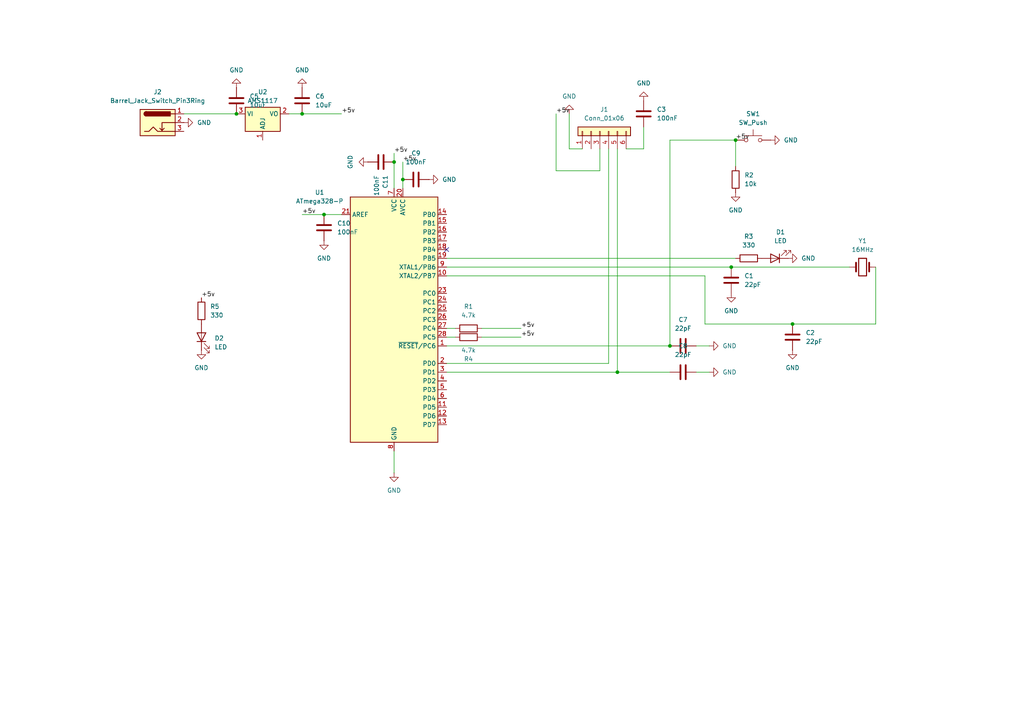
<source format=kicad_sch>
(kicad_sch
	(version 20250114)
	(generator "eeschema")
	(generator_version "9.0")
	(uuid "747b0554-3d45-45c7-91d6-590f44e0142e")
	(paper "A4")
	(lib_symbols
		(symbol "Connector:Barrel_Jack_Switch_Pin3Ring"
			(pin_names
				(hide yes)
			)
			(exclude_from_sim no)
			(in_bom yes)
			(on_board yes)
			(property "Reference" "J"
				(at 0 5.334 0)
				(effects
					(font
						(size 1.27 1.27)
					)
				)
			)
			(property "Value" "Barrel_Jack_Switch_Pin3Ring"
				(at 0 -5.08 0)
				(effects
					(font
						(size 1.27 1.27)
					)
				)
			)
			(property "Footprint" ""
				(at 1.27 -1.016 0)
				(effects
					(font
						(size 1.27 1.27)
					)
					(hide yes)
				)
			)
			(property "Datasheet" "~"
				(at 1.27 -1.016 0)
				(effects
					(font
						(size 1.27 1.27)
					)
					(hide yes)
				)
			)
			(property "Description" "DC Barrel Jack with an internal switch"
				(at 0 0 0)
				(effects
					(font
						(size 1.27 1.27)
					)
					(hide yes)
				)
			)
			(property "ki_keywords" "DC power barrel jack connector"
				(at 0 0 0)
				(effects
					(font
						(size 1.27 1.27)
					)
					(hide yes)
				)
			)
			(property "ki_fp_filters" "BarrelJack*"
				(at 0 0 0)
				(effects
					(font
						(size 1.27 1.27)
					)
					(hide yes)
				)
			)
			(symbol "Barrel_Jack_Switch_Pin3Ring_0_1"
				(rectangle
					(start -5.08 3.81)
					(end 5.08 -3.81)
					(stroke
						(width 0.254)
						(type default)
					)
					(fill
						(type background)
					)
				)
				(polyline
					(pts
						(xy -3.81 -2.54) (xy -2.54 -2.54) (xy -1.27 -1.27) (xy 0 -2.54) (xy 2.54 -2.54) (xy 5.08 -2.54)
					)
					(stroke
						(width 0.254)
						(type default)
					)
					(fill
						(type none)
					)
				)
				(arc
					(start -3.302 1.905)
					(mid -3.9343 2.54)
					(end -3.302 3.175)
					(stroke
						(width 0.254)
						(type default)
					)
					(fill
						(type none)
					)
				)
				(arc
					(start -3.302 1.905)
					(mid -3.9343 2.54)
					(end -3.302 3.175)
					(stroke
						(width 0.254)
						(type default)
					)
					(fill
						(type outline)
					)
				)
				(polyline
					(pts
						(xy 1.27 -2.286) (xy 1.905 -1.651)
					)
					(stroke
						(width 0.254)
						(type default)
					)
					(fill
						(type none)
					)
				)
				(rectangle
					(start 3.683 3.175)
					(end -3.302 1.905)
					(stroke
						(width 0.254)
						(type default)
					)
					(fill
						(type outline)
					)
				)
				(polyline
					(pts
						(xy 5.08 2.54) (xy 3.81 2.54)
					)
					(stroke
						(width 0.254)
						(type default)
					)
					(fill
						(type none)
					)
				)
				(polyline
					(pts
						(xy 5.08 0) (xy 1.27 0) (xy 1.27 -2.286) (xy 0.635 -1.651)
					)
					(stroke
						(width 0.254)
						(type default)
					)
					(fill
						(type none)
					)
				)
			)
			(symbol "Barrel_Jack_Switch_Pin3Ring_1_1"
				(pin passive line
					(at 7.62 2.54 180)
					(length 2.54)
					(name "~"
						(effects
							(font
								(size 1.27 1.27)
							)
						)
					)
					(number "1"
						(effects
							(font
								(size 1.27 1.27)
							)
						)
					)
				)
				(pin passive line
					(at 7.62 0 180)
					(length 2.54)
					(name "~"
						(effects
							(font
								(size 1.27 1.27)
							)
						)
					)
					(number "2"
						(effects
							(font
								(size 1.27 1.27)
							)
						)
					)
				)
				(pin passive line
					(at 7.62 -2.54 180)
					(length 2.54)
					(name "~"
						(effects
							(font
								(size 1.27 1.27)
							)
						)
					)
					(number "3"
						(effects
							(font
								(size 1.27 1.27)
							)
						)
					)
				)
			)
			(embedded_fonts no)
		)
		(symbol "Connector_Generic:Conn_01x06"
			(pin_names
				(offset 1.016)
				(hide yes)
			)
			(exclude_from_sim no)
			(in_bom yes)
			(on_board yes)
			(property "Reference" "J"
				(at 0 7.62 0)
				(effects
					(font
						(size 1.27 1.27)
					)
				)
			)
			(property "Value" "Conn_01x06"
				(at 0 -10.16 0)
				(effects
					(font
						(size 1.27 1.27)
					)
				)
			)
			(property "Footprint" ""
				(at 0 0 0)
				(effects
					(font
						(size 1.27 1.27)
					)
					(hide yes)
				)
			)
			(property "Datasheet" "~"
				(at 0 0 0)
				(effects
					(font
						(size 1.27 1.27)
					)
					(hide yes)
				)
			)
			(property "Description" "Generic connector, single row, 01x06, script generated (kicad-library-utils/schlib/autogen/connector/)"
				(at 0 0 0)
				(effects
					(font
						(size 1.27 1.27)
					)
					(hide yes)
				)
			)
			(property "ki_keywords" "connector"
				(at 0 0 0)
				(effects
					(font
						(size 1.27 1.27)
					)
					(hide yes)
				)
			)
			(property "ki_fp_filters" "Connector*:*_1x??_*"
				(at 0 0 0)
				(effects
					(font
						(size 1.27 1.27)
					)
					(hide yes)
				)
			)
			(symbol "Conn_01x06_1_1"
				(rectangle
					(start -1.27 6.35)
					(end 1.27 -8.89)
					(stroke
						(width 0.254)
						(type default)
					)
					(fill
						(type background)
					)
				)
				(rectangle
					(start -1.27 5.207)
					(end 0 4.953)
					(stroke
						(width 0.1524)
						(type default)
					)
					(fill
						(type none)
					)
				)
				(rectangle
					(start -1.27 2.667)
					(end 0 2.413)
					(stroke
						(width 0.1524)
						(type default)
					)
					(fill
						(type none)
					)
				)
				(rectangle
					(start -1.27 0.127)
					(end 0 -0.127)
					(stroke
						(width 0.1524)
						(type default)
					)
					(fill
						(type none)
					)
				)
				(rectangle
					(start -1.27 -2.413)
					(end 0 -2.667)
					(stroke
						(width 0.1524)
						(type default)
					)
					(fill
						(type none)
					)
				)
				(rectangle
					(start -1.27 -4.953)
					(end 0 -5.207)
					(stroke
						(width 0.1524)
						(type default)
					)
					(fill
						(type none)
					)
				)
				(rectangle
					(start -1.27 -7.493)
					(end 0 -7.747)
					(stroke
						(width 0.1524)
						(type default)
					)
					(fill
						(type none)
					)
				)
				(pin passive line
					(at -5.08 5.08 0)
					(length 3.81)
					(name "Pin_1"
						(effects
							(font
								(size 1.27 1.27)
							)
						)
					)
					(number "1"
						(effects
							(font
								(size 1.27 1.27)
							)
						)
					)
				)
				(pin passive line
					(at -5.08 2.54 0)
					(length 3.81)
					(name "Pin_2"
						(effects
							(font
								(size 1.27 1.27)
							)
						)
					)
					(number "2"
						(effects
							(font
								(size 1.27 1.27)
							)
						)
					)
				)
				(pin passive line
					(at -5.08 0 0)
					(length 3.81)
					(name "Pin_3"
						(effects
							(font
								(size 1.27 1.27)
							)
						)
					)
					(number "3"
						(effects
							(font
								(size 1.27 1.27)
							)
						)
					)
				)
				(pin passive line
					(at -5.08 -2.54 0)
					(length 3.81)
					(name "Pin_4"
						(effects
							(font
								(size 1.27 1.27)
							)
						)
					)
					(number "4"
						(effects
							(font
								(size 1.27 1.27)
							)
						)
					)
				)
				(pin passive line
					(at -5.08 -5.08 0)
					(length 3.81)
					(name "Pin_5"
						(effects
							(font
								(size 1.27 1.27)
							)
						)
					)
					(number "5"
						(effects
							(font
								(size 1.27 1.27)
							)
						)
					)
				)
				(pin passive line
					(at -5.08 -7.62 0)
					(length 3.81)
					(name "Pin_6"
						(effects
							(font
								(size 1.27 1.27)
							)
						)
					)
					(number "6"
						(effects
							(font
								(size 1.27 1.27)
							)
						)
					)
				)
			)
			(embedded_fonts no)
		)
		(symbol "Device:C"
			(pin_numbers
				(hide yes)
			)
			(pin_names
				(offset 0.254)
			)
			(exclude_from_sim no)
			(in_bom yes)
			(on_board yes)
			(property "Reference" "C"
				(at 0.635 2.54 0)
				(effects
					(font
						(size 1.27 1.27)
					)
					(justify left)
				)
			)
			(property "Value" "C"
				(at 0.635 -2.54 0)
				(effects
					(font
						(size 1.27 1.27)
					)
					(justify left)
				)
			)
			(property "Footprint" ""
				(at 0.9652 -3.81 0)
				(effects
					(font
						(size 1.27 1.27)
					)
					(hide yes)
				)
			)
			(property "Datasheet" "~"
				(at 0 0 0)
				(effects
					(font
						(size 1.27 1.27)
					)
					(hide yes)
				)
			)
			(property "Description" "Unpolarized capacitor"
				(at 0 0 0)
				(effects
					(font
						(size 1.27 1.27)
					)
					(hide yes)
				)
			)
			(property "ki_keywords" "cap capacitor"
				(at 0 0 0)
				(effects
					(font
						(size 1.27 1.27)
					)
					(hide yes)
				)
			)
			(property "ki_fp_filters" "C_*"
				(at 0 0 0)
				(effects
					(font
						(size 1.27 1.27)
					)
					(hide yes)
				)
			)
			(symbol "C_0_1"
				(polyline
					(pts
						(xy -2.032 0.762) (xy 2.032 0.762)
					)
					(stroke
						(width 0.508)
						(type default)
					)
					(fill
						(type none)
					)
				)
				(polyline
					(pts
						(xy -2.032 -0.762) (xy 2.032 -0.762)
					)
					(stroke
						(width 0.508)
						(type default)
					)
					(fill
						(type none)
					)
				)
			)
			(symbol "C_1_1"
				(pin passive line
					(at 0 3.81 270)
					(length 2.794)
					(name "~"
						(effects
							(font
								(size 1.27 1.27)
							)
						)
					)
					(number "1"
						(effects
							(font
								(size 1.27 1.27)
							)
						)
					)
				)
				(pin passive line
					(at 0 -3.81 90)
					(length 2.794)
					(name "~"
						(effects
							(font
								(size 1.27 1.27)
							)
						)
					)
					(number "2"
						(effects
							(font
								(size 1.27 1.27)
							)
						)
					)
				)
			)
			(embedded_fonts no)
		)
		(symbol "Device:Crystal"
			(pin_numbers
				(hide yes)
			)
			(pin_names
				(offset 1.016)
				(hide yes)
			)
			(exclude_from_sim no)
			(in_bom yes)
			(on_board yes)
			(property "Reference" "Y"
				(at 0 3.81 0)
				(effects
					(font
						(size 1.27 1.27)
					)
				)
			)
			(property "Value" "Crystal"
				(at 0 -3.81 0)
				(effects
					(font
						(size 1.27 1.27)
					)
				)
			)
			(property "Footprint" ""
				(at 0 0 0)
				(effects
					(font
						(size 1.27 1.27)
					)
					(hide yes)
				)
			)
			(property "Datasheet" "~"
				(at 0 0 0)
				(effects
					(font
						(size 1.27 1.27)
					)
					(hide yes)
				)
			)
			(property "Description" "Two pin crystal"
				(at 0 0 0)
				(effects
					(font
						(size 1.27 1.27)
					)
					(hide yes)
				)
			)
			(property "ki_keywords" "quartz ceramic resonator oscillator"
				(at 0 0 0)
				(effects
					(font
						(size 1.27 1.27)
					)
					(hide yes)
				)
			)
			(property "ki_fp_filters" "Crystal*"
				(at 0 0 0)
				(effects
					(font
						(size 1.27 1.27)
					)
					(hide yes)
				)
			)
			(symbol "Crystal_0_1"
				(polyline
					(pts
						(xy -2.54 0) (xy -1.905 0)
					)
					(stroke
						(width 0)
						(type default)
					)
					(fill
						(type none)
					)
				)
				(polyline
					(pts
						(xy -1.905 -1.27) (xy -1.905 1.27)
					)
					(stroke
						(width 0.508)
						(type default)
					)
					(fill
						(type none)
					)
				)
				(rectangle
					(start -1.143 2.54)
					(end 1.143 -2.54)
					(stroke
						(width 0.3048)
						(type default)
					)
					(fill
						(type none)
					)
				)
				(polyline
					(pts
						(xy 1.905 -1.27) (xy 1.905 1.27)
					)
					(stroke
						(width 0.508)
						(type default)
					)
					(fill
						(type none)
					)
				)
				(polyline
					(pts
						(xy 2.54 0) (xy 1.905 0)
					)
					(stroke
						(width 0)
						(type default)
					)
					(fill
						(type none)
					)
				)
			)
			(symbol "Crystal_1_1"
				(pin passive line
					(at -3.81 0 0)
					(length 1.27)
					(name "1"
						(effects
							(font
								(size 1.27 1.27)
							)
						)
					)
					(number "1"
						(effects
							(font
								(size 1.27 1.27)
							)
						)
					)
				)
				(pin passive line
					(at 3.81 0 180)
					(length 1.27)
					(name "2"
						(effects
							(font
								(size 1.27 1.27)
							)
						)
					)
					(number "2"
						(effects
							(font
								(size 1.27 1.27)
							)
						)
					)
				)
			)
			(embedded_fonts no)
		)
		(symbol "Device:LED"
			(pin_numbers
				(hide yes)
			)
			(pin_names
				(offset 1.016)
				(hide yes)
			)
			(exclude_from_sim no)
			(in_bom yes)
			(on_board yes)
			(property "Reference" "D"
				(at 0 2.54 0)
				(effects
					(font
						(size 1.27 1.27)
					)
				)
			)
			(property "Value" "LED"
				(at 0 -2.54 0)
				(effects
					(font
						(size 1.27 1.27)
					)
				)
			)
			(property "Footprint" ""
				(at 0 0 0)
				(effects
					(font
						(size 1.27 1.27)
					)
					(hide yes)
				)
			)
			(property "Datasheet" "~"
				(at 0 0 0)
				(effects
					(font
						(size 1.27 1.27)
					)
					(hide yes)
				)
			)
			(property "Description" "Light emitting diode"
				(at 0 0 0)
				(effects
					(font
						(size 1.27 1.27)
					)
					(hide yes)
				)
			)
			(property "Sim.Pins" "1=K 2=A"
				(at 0 0 0)
				(effects
					(font
						(size 1.27 1.27)
					)
					(hide yes)
				)
			)
			(property "ki_keywords" "LED diode"
				(at 0 0 0)
				(effects
					(font
						(size 1.27 1.27)
					)
					(hide yes)
				)
			)
			(property "ki_fp_filters" "LED* LED_SMD:* LED_THT:*"
				(at 0 0 0)
				(effects
					(font
						(size 1.27 1.27)
					)
					(hide yes)
				)
			)
			(symbol "LED_0_1"
				(polyline
					(pts
						(xy -3.048 -0.762) (xy -4.572 -2.286) (xy -3.81 -2.286) (xy -4.572 -2.286) (xy -4.572 -1.524)
					)
					(stroke
						(width 0)
						(type default)
					)
					(fill
						(type none)
					)
				)
				(polyline
					(pts
						(xy -1.778 -0.762) (xy -3.302 -2.286) (xy -2.54 -2.286) (xy -3.302 -2.286) (xy -3.302 -1.524)
					)
					(stroke
						(width 0)
						(type default)
					)
					(fill
						(type none)
					)
				)
				(polyline
					(pts
						(xy -1.27 0) (xy 1.27 0)
					)
					(stroke
						(width 0)
						(type default)
					)
					(fill
						(type none)
					)
				)
				(polyline
					(pts
						(xy -1.27 -1.27) (xy -1.27 1.27)
					)
					(stroke
						(width 0.254)
						(type default)
					)
					(fill
						(type none)
					)
				)
				(polyline
					(pts
						(xy 1.27 -1.27) (xy 1.27 1.27) (xy -1.27 0) (xy 1.27 -1.27)
					)
					(stroke
						(width 0.254)
						(type default)
					)
					(fill
						(type none)
					)
				)
			)
			(symbol "LED_1_1"
				(pin passive line
					(at -3.81 0 0)
					(length 2.54)
					(name "K"
						(effects
							(font
								(size 1.27 1.27)
							)
						)
					)
					(number "1"
						(effects
							(font
								(size 1.27 1.27)
							)
						)
					)
				)
				(pin passive line
					(at 3.81 0 180)
					(length 2.54)
					(name "A"
						(effects
							(font
								(size 1.27 1.27)
							)
						)
					)
					(number "2"
						(effects
							(font
								(size 1.27 1.27)
							)
						)
					)
				)
			)
			(embedded_fonts no)
		)
		(symbol "Device:R"
			(pin_numbers
				(hide yes)
			)
			(pin_names
				(offset 0)
			)
			(exclude_from_sim no)
			(in_bom yes)
			(on_board yes)
			(property "Reference" "R"
				(at 2.032 0 90)
				(effects
					(font
						(size 1.27 1.27)
					)
				)
			)
			(property "Value" "R"
				(at 0 0 90)
				(effects
					(font
						(size 1.27 1.27)
					)
				)
			)
			(property "Footprint" ""
				(at -1.778 0 90)
				(effects
					(font
						(size 1.27 1.27)
					)
					(hide yes)
				)
			)
			(property "Datasheet" "~"
				(at 0 0 0)
				(effects
					(font
						(size 1.27 1.27)
					)
					(hide yes)
				)
			)
			(property "Description" "Resistor"
				(at 0 0 0)
				(effects
					(font
						(size 1.27 1.27)
					)
					(hide yes)
				)
			)
			(property "ki_keywords" "R res resistor"
				(at 0 0 0)
				(effects
					(font
						(size 1.27 1.27)
					)
					(hide yes)
				)
			)
			(property "ki_fp_filters" "R_*"
				(at 0 0 0)
				(effects
					(font
						(size 1.27 1.27)
					)
					(hide yes)
				)
			)
			(symbol "R_0_1"
				(rectangle
					(start -1.016 -2.54)
					(end 1.016 2.54)
					(stroke
						(width 0.254)
						(type default)
					)
					(fill
						(type none)
					)
				)
			)
			(symbol "R_1_1"
				(pin passive line
					(at 0 3.81 270)
					(length 1.27)
					(name "~"
						(effects
							(font
								(size 1.27 1.27)
							)
						)
					)
					(number "1"
						(effects
							(font
								(size 1.27 1.27)
							)
						)
					)
				)
				(pin passive line
					(at 0 -3.81 90)
					(length 1.27)
					(name "~"
						(effects
							(font
								(size 1.27 1.27)
							)
						)
					)
					(number "2"
						(effects
							(font
								(size 1.27 1.27)
							)
						)
					)
				)
			)
			(embedded_fonts no)
		)
		(symbol "MCU_Microchip_ATmega:ATmega328-P"
			(exclude_from_sim no)
			(in_bom yes)
			(on_board yes)
			(property "Reference" "U"
				(at -12.7 36.83 0)
				(effects
					(font
						(size 1.27 1.27)
					)
					(justify left bottom)
				)
			)
			(property "Value" "ATmega328-P"
				(at 2.54 -36.83 0)
				(effects
					(font
						(size 1.27 1.27)
					)
					(justify left top)
				)
			)
			(property "Footprint" "Package_DIP:DIP-28_W7.62mm"
				(at 0 0 0)
				(effects
					(font
						(size 1.27 1.27)
						(italic yes)
					)
					(hide yes)
				)
			)
			(property "Datasheet" "http://ww1.microchip.com/downloads/en/DeviceDoc/ATmega328_P%20AVR%20MCU%20with%20picoPower%20Technology%20Data%20Sheet%2040001984A.pdf"
				(at 0 0 0)
				(effects
					(font
						(size 1.27 1.27)
					)
					(hide yes)
				)
			)
			(property "Description" "20MHz, 32kB Flash, 2kB SRAM, 1kB EEPROM, DIP-28"
				(at 0 0 0)
				(effects
					(font
						(size 1.27 1.27)
					)
					(hide yes)
				)
			)
			(property "ki_keywords" "AVR 8bit Microcontroller MegaAVR"
				(at 0 0 0)
				(effects
					(font
						(size 1.27 1.27)
					)
					(hide yes)
				)
			)
			(property "ki_fp_filters" "DIP*W7.62mm*"
				(at 0 0 0)
				(effects
					(font
						(size 1.27 1.27)
					)
					(hide yes)
				)
			)
			(symbol "ATmega328-P_0_1"
				(rectangle
					(start -12.7 -35.56)
					(end 12.7 35.56)
					(stroke
						(width 0.254)
						(type default)
					)
					(fill
						(type background)
					)
				)
			)
			(symbol "ATmega328-P_1_1"
				(pin passive line
					(at -15.24 30.48 0)
					(length 2.54)
					(name "AREF"
						(effects
							(font
								(size 1.27 1.27)
							)
						)
					)
					(number "21"
						(effects
							(font
								(size 1.27 1.27)
							)
						)
					)
				)
				(pin power_in line
					(at 0 38.1 270)
					(length 2.54)
					(name "VCC"
						(effects
							(font
								(size 1.27 1.27)
							)
						)
					)
					(number "7"
						(effects
							(font
								(size 1.27 1.27)
							)
						)
					)
				)
				(pin passive line
					(at 0 -38.1 90)
					(length 2.54)
					(hide yes)
					(name "GND"
						(effects
							(font
								(size 1.27 1.27)
							)
						)
					)
					(number "22"
						(effects
							(font
								(size 1.27 1.27)
							)
						)
					)
				)
				(pin power_in line
					(at 0 -38.1 90)
					(length 2.54)
					(name "GND"
						(effects
							(font
								(size 1.27 1.27)
							)
						)
					)
					(number "8"
						(effects
							(font
								(size 1.27 1.27)
							)
						)
					)
				)
				(pin power_in line
					(at 2.54 38.1 270)
					(length 2.54)
					(name "AVCC"
						(effects
							(font
								(size 1.27 1.27)
							)
						)
					)
					(number "20"
						(effects
							(font
								(size 1.27 1.27)
							)
						)
					)
				)
				(pin bidirectional line
					(at 15.24 30.48 180)
					(length 2.54)
					(name "PB0"
						(effects
							(font
								(size 1.27 1.27)
							)
						)
					)
					(number "14"
						(effects
							(font
								(size 1.27 1.27)
							)
						)
					)
				)
				(pin bidirectional line
					(at 15.24 27.94 180)
					(length 2.54)
					(name "PB1"
						(effects
							(font
								(size 1.27 1.27)
							)
						)
					)
					(number "15"
						(effects
							(font
								(size 1.27 1.27)
							)
						)
					)
				)
				(pin bidirectional line
					(at 15.24 25.4 180)
					(length 2.54)
					(name "PB2"
						(effects
							(font
								(size 1.27 1.27)
							)
						)
					)
					(number "16"
						(effects
							(font
								(size 1.27 1.27)
							)
						)
					)
				)
				(pin bidirectional line
					(at 15.24 22.86 180)
					(length 2.54)
					(name "PB3"
						(effects
							(font
								(size 1.27 1.27)
							)
						)
					)
					(number "17"
						(effects
							(font
								(size 1.27 1.27)
							)
						)
					)
				)
				(pin bidirectional line
					(at 15.24 20.32 180)
					(length 2.54)
					(name "PB4"
						(effects
							(font
								(size 1.27 1.27)
							)
						)
					)
					(number "18"
						(effects
							(font
								(size 1.27 1.27)
							)
						)
					)
				)
				(pin bidirectional line
					(at 15.24 17.78 180)
					(length 2.54)
					(name "PB5"
						(effects
							(font
								(size 1.27 1.27)
							)
						)
					)
					(number "19"
						(effects
							(font
								(size 1.27 1.27)
							)
						)
					)
				)
				(pin bidirectional line
					(at 15.24 15.24 180)
					(length 2.54)
					(name "XTAL1/PB6"
						(effects
							(font
								(size 1.27 1.27)
							)
						)
					)
					(number "9"
						(effects
							(font
								(size 1.27 1.27)
							)
						)
					)
				)
				(pin bidirectional line
					(at 15.24 12.7 180)
					(length 2.54)
					(name "XTAL2/PB7"
						(effects
							(font
								(size 1.27 1.27)
							)
						)
					)
					(number "10"
						(effects
							(font
								(size 1.27 1.27)
							)
						)
					)
				)
				(pin bidirectional line
					(at 15.24 7.62 180)
					(length 2.54)
					(name "PC0"
						(effects
							(font
								(size 1.27 1.27)
							)
						)
					)
					(number "23"
						(effects
							(font
								(size 1.27 1.27)
							)
						)
					)
				)
				(pin bidirectional line
					(at 15.24 5.08 180)
					(length 2.54)
					(name "PC1"
						(effects
							(font
								(size 1.27 1.27)
							)
						)
					)
					(number "24"
						(effects
							(font
								(size 1.27 1.27)
							)
						)
					)
				)
				(pin bidirectional line
					(at 15.24 2.54 180)
					(length 2.54)
					(name "PC2"
						(effects
							(font
								(size 1.27 1.27)
							)
						)
					)
					(number "25"
						(effects
							(font
								(size 1.27 1.27)
							)
						)
					)
				)
				(pin bidirectional line
					(at 15.24 0 180)
					(length 2.54)
					(name "PC3"
						(effects
							(font
								(size 1.27 1.27)
							)
						)
					)
					(number "26"
						(effects
							(font
								(size 1.27 1.27)
							)
						)
					)
				)
				(pin bidirectional line
					(at 15.24 -2.54 180)
					(length 2.54)
					(name "PC4"
						(effects
							(font
								(size 1.27 1.27)
							)
						)
					)
					(number "27"
						(effects
							(font
								(size 1.27 1.27)
							)
						)
					)
				)
				(pin bidirectional line
					(at 15.24 -5.08 180)
					(length 2.54)
					(name "PC5"
						(effects
							(font
								(size 1.27 1.27)
							)
						)
					)
					(number "28"
						(effects
							(font
								(size 1.27 1.27)
							)
						)
					)
				)
				(pin bidirectional line
					(at 15.24 -7.62 180)
					(length 2.54)
					(name "~{RESET}/PC6"
						(effects
							(font
								(size 1.27 1.27)
							)
						)
					)
					(number "1"
						(effects
							(font
								(size 1.27 1.27)
							)
						)
					)
				)
				(pin bidirectional line
					(at 15.24 -12.7 180)
					(length 2.54)
					(name "PD0"
						(effects
							(font
								(size 1.27 1.27)
							)
						)
					)
					(number "2"
						(effects
							(font
								(size 1.27 1.27)
							)
						)
					)
				)
				(pin bidirectional line
					(at 15.24 -15.24 180)
					(length 2.54)
					(name "PD1"
						(effects
							(font
								(size 1.27 1.27)
							)
						)
					)
					(number "3"
						(effects
							(font
								(size 1.27 1.27)
							)
						)
					)
				)
				(pin bidirectional line
					(at 15.24 -17.78 180)
					(length 2.54)
					(name "PD2"
						(effects
							(font
								(size 1.27 1.27)
							)
						)
					)
					(number "4"
						(effects
							(font
								(size 1.27 1.27)
							)
						)
					)
				)
				(pin bidirectional line
					(at 15.24 -20.32 180)
					(length 2.54)
					(name "PD3"
						(effects
							(font
								(size 1.27 1.27)
							)
						)
					)
					(number "5"
						(effects
							(font
								(size 1.27 1.27)
							)
						)
					)
				)
				(pin bidirectional line
					(at 15.24 -22.86 180)
					(length 2.54)
					(name "PD4"
						(effects
							(font
								(size 1.27 1.27)
							)
						)
					)
					(number "6"
						(effects
							(font
								(size 1.27 1.27)
							)
						)
					)
				)
				(pin bidirectional line
					(at 15.24 -25.4 180)
					(length 2.54)
					(name "PD5"
						(effects
							(font
								(size 1.27 1.27)
							)
						)
					)
					(number "11"
						(effects
							(font
								(size 1.27 1.27)
							)
						)
					)
				)
				(pin bidirectional line
					(at 15.24 -27.94 180)
					(length 2.54)
					(name "PD6"
						(effects
							(font
								(size 1.27 1.27)
							)
						)
					)
					(number "12"
						(effects
							(font
								(size 1.27 1.27)
							)
						)
					)
				)
				(pin bidirectional line
					(at 15.24 -30.48 180)
					(length 2.54)
					(name "PD7"
						(effects
							(font
								(size 1.27 1.27)
							)
						)
					)
					(number "13"
						(effects
							(font
								(size 1.27 1.27)
							)
						)
					)
				)
			)
			(embedded_fonts no)
		)
		(symbol "Regulator_Linear:AMS1117"
			(exclude_from_sim no)
			(in_bom yes)
			(on_board yes)
			(property "Reference" "U"
				(at -3.81 3.175 0)
				(effects
					(font
						(size 1.27 1.27)
					)
				)
			)
			(property "Value" "AMS1117"
				(at 0 3.175 0)
				(effects
					(font
						(size 1.27 1.27)
					)
					(justify left)
				)
			)
			(property "Footprint" "Package_TO_SOT_SMD:SOT-223-3_TabPin2"
				(at 0 5.08 0)
				(effects
					(font
						(size 1.27 1.27)
					)
					(hide yes)
				)
			)
			(property "Datasheet" "http://www.advanced-monolithic.com/pdf/ds1117.pdf"
				(at 2.54 -6.35 0)
				(effects
					(font
						(size 1.27 1.27)
					)
					(hide yes)
				)
			)
			(property "Description" "1A Low Dropout regulator, positive, adjustable output, SOT-223"
				(at 0 0 0)
				(effects
					(font
						(size 1.27 1.27)
					)
					(hide yes)
				)
			)
			(property "ki_keywords" "linear regulator ldo adjustable positive"
				(at 0 0 0)
				(effects
					(font
						(size 1.27 1.27)
					)
					(hide yes)
				)
			)
			(property "ki_fp_filters" "SOT?223*TabPin2*"
				(at 0 0 0)
				(effects
					(font
						(size 1.27 1.27)
					)
					(hide yes)
				)
			)
			(symbol "AMS1117_0_1"
				(rectangle
					(start -5.08 -5.08)
					(end 5.08 1.905)
					(stroke
						(width 0.254)
						(type default)
					)
					(fill
						(type background)
					)
				)
			)
			(symbol "AMS1117_1_1"
				(pin power_in line
					(at -7.62 0 0)
					(length 2.54)
					(name "VI"
						(effects
							(font
								(size 1.27 1.27)
							)
						)
					)
					(number "3"
						(effects
							(font
								(size 1.27 1.27)
							)
						)
					)
				)
				(pin input line
					(at 0 -7.62 90)
					(length 2.54)
					(name "ADJ"
						(effects
							(font
								(size 1.27 1.27)
							)
						)
					)
					(number "1"
						(effects
							(font
								(size 1.27 1.27)
							)
						)
					)
				)
				(pin power_out line
					(at 7.62 0 180)
					(length 2.54)
					(name "VO"
						(effects
							(font
								(size 1.27 1.27)
							)
						)
					)
					(number "2"
						(effects
							(font
								(size 1.27 1.27)
							)
						)
					)
				)
			)
			(embedded_fonts no)
		)
		(symbol "Switch:SW_Push"
			(pin_numbers
				(hide yes)
			)
			(pin_names
				(offset 1.016)
				(hide yes)
			)
			(exclude_from_sim no)
			(in_bom yes)
			(on_board yes)
			(property "Reference" "SW"
				(at 1.27 2.54 0)
				(effects
					(font
						(size 1.27 1.27)
					)
					(justify left)
				)
			)
			(property "Value" "SW_Push"
				(at 0 -1.524 0)
				(effects
					(font
						(size 1.27 1.27)
					)
				)
			)
			(property "Footprint" ""
				(at 0 5.08 0)
				(effects
					(font
						(size 1.27 1.27)
					)
					(hide yes)
				)
			)
			(property "Datasheet" "~"
				(at 0 5.08 0)
				(effects
					(font
						(size 1.27 1.27)
					)
					(hide yes)
				)
			)
			(property "Description" "Push button switch, generic, two pins"
				(at 0 0 0)
				(effects
					(font
						(size 1.27 1.27)
					)
					(hide yes)
				)
			)
			(property "ki_keywords" "switch normally-open pushbutton push-button"
				(at 0 0 0)
				(effects
					(font
						(size 1.27 1.27)
					)
					(hide yes)
				)
			)
			(symbol "SW_Push_0_1"
				(circle
					(center -2.032 0)
					(radius 0.508)
					(stroke
						(width 0)
						(type default)
					)
					(fill
						(type none)
					)
				)
				(polyline
					(pts
						(xy 0 1.27) (xy 0 3.048)
					)
					(stroke
						(width 0)
						(type default)
					)
					(fill
						(type none)
					)
				)
				(circle
					(center 2.032 0)
					(radius 0.508)
					(stroke
						(width 0)
						(type default)
					)
					(fill
						(type none)
					)
				)
				(polyline
					(pts
						(xy 2.54 1.27) (xy -2.54 1.27)
					)
					(stroke
						(width 0)
						(type default)
					)
					(fill
						(type none)
					)
				)
				(pin passive line
					(at -5.08 0 0)
					(length 2.54)
					(name "1"
						(effects
							(font
								(size 1.27 1.27)
							)
						)
					)
					(number "1"
						(effects
							(font
								(size 1.27 1.27)
							)
						)
					)
				)
				(pin passive line
					(at 5.08 0 180)
					(length 2.54)
					(name "2"
						(effects
							(font
								(size 1.27 1.27)
							)
						)
					)
					(number "2"
						(effects
							(font
								(size 1.27 1.27)
							)
						)
					)
				)
			)
			(embedded_fonts no)
		)
		(symbol "power:GND"
			(power)
			(pin_numbers
				(hide yes)
			)
			(pin_names
				(offset 0)
				(hide yes)
			)
			(exclude_from_sim no)
			(in_bom yes)
			(on_board yes)
			(property "Reference" "#PWR"
				(at 0 -6.35 0)
				(effects
					(font
						(size 1.27 1.27)
					)
					(hide yes)
				)
			)
			(property "Value" "GND"
				(at 0 -3.81 0)
				(effects
					(font
						(size 1.27 1.27)
					)
				)
			)
			(property "Footprint" ""
				(at 0 0 0)
				(effects
					(font
						(size 1.27 1.27)
					)
					(hide yes)
				)
			)
			(property "Datasheet" ""
				(at 0 0 0)
				(effects
					(font
						(size 1.27 1.27)
					)
					(hide yes)
				)
			)
			(property "Description" "Power symbol creates a global label with name \"GND\" , ground"
				(at 0 0 0)
				(effects
					(font
						(size 1.27 1.27)
					)
					(hide yes)
				)
			)
			(property "ki_keywords" "global power"
				(at 0 0 0)
				(effects
					(font
						(size 1.27 1.27)
					)
					(hide yes)
				)
			)
			(symbol "GND_0_1"
				(polyline
					(pts
						(xy 0 0) (xy 0 -1.27) (xy 1.27 -1.27) (xy 0 -2.54) (xy -1.27 -1.27) (xy 0 -1.27)
					)
					(stroke
						(width 0)
						(type default)
					)
					(fill
						(type none)
					)
				)
			)
			(symbol "GND_1_1"
				(pin power_in line
					(at 0 0 270)
					(length 0)
					(name "~"
						(effects
							(font
								(size 1.27 1.27)
							)
						)
					)
					(number "1"
						(effects
							(font
								(size 1.27 1.27)
							)
						)
					)
				)
			)
			(embedded_fonts no)
		)
	)
	(junction
		(at 114.3 46.99)
		(diameter 0)
		(color 0 0 0 0)
		(uuid "0ad4252c-3e7d-46c9-8222-a864471d85ba")
	)
	(junction
		(at 93.98 62.23)
		(diameter 0)
		(color 0 0 0 0)
		(uuid "2788f890-6bbe-45f8-8e17-68e8097584b1")
	)
	(junction
		(at 179.07 107.95)
		(diameter 0)
		(color 0 0 0 0)
		(uuid "38e41c5c-29b5-4cb3-a482-60999480eebe")
	)
	(junction
		(at 116.84 52.07)
		(diameter 0)
		(color 0 0 0 0)
		(uuid "3ce2e5fd-2167-4c4b-9619-c486ee34d29c")
	)
	(junction
		(at 229.87 93.98)
		(diameter 0)
		(color 0 0 0 0)
		(uuid "3fae6b3e-7d07-4ebb-9c5b-f07afa12a9c9")
	)
	(junction
		(at 87.63 33.02)
		(diameter 0)
		(color 0 0 0 0)
		(uuid "44010dc6-d4f5-4eab-940e-90111ad1f5bc")
	)
	(junction
		(at 68.58 33.02)
		(diameter 0)
		(color 0 0 0 0)
		(uuid "47299646-5b9d-40b6-91c5-322740f406ce")
	)
	(junction
		(at 213.36 40.64)
		(diameter 0)
		(color 0 0 0 0)
		(uuid "cb75e63a-4a24-4807-817c-5aa020029cbe")
	)
	(junction
		(at 194.31 100.33)
		(diameter 0)
		(color 0 0 0 0)
		(uuid "d2a702d7-f91c-4632-9172-46914a21c533")
	)
	(junction
		(at 212.09 77.47)
		(diameter 0)
		(color 0 0 0 0)
		(uuid "d33efece-c960-406c-a105-c67bd8518dc7")
	)
	(no_connect
		(at 129.54 72.39)
		(uuid "1ec89759-7d3b-4c6a-bc25-6ef3a39b0c09")
	)
	(wire
		(pts
			(xy 213.36 40.64) (xy 213.36 48.26)
		)
		(stroke
			(width 0)
			(type default)
		)
		(uuid "06d49e13-6223-4ddb-869b-b0c0259ca062")
	)
	(wire
		(pts
			(xy 254 77.47) (xy 254 93.98)
		)
		(stroke
			(width 0)
			(type default)
		)
		(uuid "09d5c5fb-293d-43e3-a0d4-a08fe7d854aa")
	)
	(wire
		(pts
			(xy 129.54 100.33) (xy 194.31 100.33)
		)
		(stroke
			(width 0)
			(type default)
		)
		(uuid "0d2b4ee5-74ba-4f95-9720-00d866ae1f60")
	)
	(wire
		(pts
			(xy 129.54 77.47) (xy 212.09 77.47)
		)
		(stroke
			(width 0)
			(type default)
		)
		(uuid "102c4598-4fe5-4127-a71d-1ebe31e27dff")
	)
	(wire
		(pts
			(xy 229.87 93.98) (xy 254 93.98)
		)
		(stroke
			(width 0)
			(type default)
		)
		(uuid "1c9b2b67-456e-4b77-905e-5cfebd3a5bf9")
	)
	(wire
		(pts
			(xy 173.99 49.53) (xy 173.99 43.18)
		)
		(stroke
			(width 0)
			(type default)
		)
		(uuid "2622d750-93f9-4a72-9d4d-c21df7fb5130")
	)
	(wire
		(pts
			(xy 186.69 43.18) (xy 181.61 43.18)
		)
		(stroke
			(width 0)
			(type default)
		)
		(uuid "361bad4c-fb8f-48ab-84fe-d84471f5665b")
	)
	(wire
		(pts
			(xy 129.54 95.25) (xy 132.08 95.25)
		)
		(stroke
			(width 0)
			(type default)
		)
		(uuid "3a855cc5-859f-4b07-a00c-bc9ca8d37d49")
	)
	(wire
		(pts
			(xy 204.47 80.01) (xy 204.47 93.98)
		)
		(stroke
			(width 0)
			(type default)
		)
		(uuid "4250e6d9-763e-422b-a8f7-10d909d29233")
	)
	(wire
		(pts
			(xy 165.1 43.18) (xy 165.1 33.02)
		)
		(stroke
			(width 0)
			(type default)
		)
		(uuid "4894afa2-b33e-4b54-a2a4-261f634dc1e2")
	)
	(wire
		(pts
			(xy 204.47 93.98) (xy 229.87 93.98)
		)
		(stroke
			(width 0)
			(type default)
		)
		(uuid "4a096314-d077-4913-bcd6-411a80f3d423")
	)
	(wire
		(pts
			(xy 129.54 105.41) (xy 176.53 105.41)
		)
		(stroke
			(width 0)
			(type default)
		)
		(uuid "4bd284b4-c1eb-4e01-93ac-dc1d445d2208")
	)
	(wire
		(pts
			(xy 129.54 107.95) (xy 179.07 107.95)
		)
		(stroke
			(width 0)
			(type default)
		)
		(uuid "56c2fb29-9ecb-4e83-b520-87998f627987")
	)
	(wire
		(pts
			(xy 116.84 52.07) (xy 116.84 54.61)
		)
		(stroke
			(width 0)
			(type default)
		)
		(uuid "61e84f05-9604-45da-bdb2-d321091c3d32")
	)
	(wire
		(pts
			(xy 83.82 33.02) (xy 87.63 33.02)
		)
		(stroke
			(width 0)
			(type default)
		)
		(uuid "64ad1814-6ace-43db-b638-a98450af96fc")
	)
	(wire
		(pts
			(xy 129.54 80.01) (xy 204.47 80.01)
		)
		(stroke
			(width 0)
			(type default)
		)
		(uuid "6726ddb6-c0f3-4588-ac0e-67fb452232e2")
	)
	(wire
		(pts
			(xy 129.54 74.93) (xy 213.36 74.93)
		)
		(stroke
			(width 0)
			(type default)
		)
		(uuid "6746442b-9b95-42b8-a1b8-f54371498060")
	)
	(wire
		(pts
			(xy 179.07 43.18) (xy 179.07 107.95)
		)
		(stroke
			(width 0)
			(type default)
		)
		(uuid "78802cd4-473a-4544-a55b-446aecfc1910")
	)
	(wire
		(pts
			(xy 179.07 107.95) (xy 194.31 107.95)
		)
		(stroke
			(width 0)
			(type default)
		)
		(uuid "79be7320-7442-46b0-92a6-aa34bd625a0a")
	)
	(wire
		(pts
			(xy 129.54 97.79) (xy 132.08 97.79)
		)
		(stroke
			(width 0)
			(type default)
		)
		(uuid "7ce102b8-b43a-4bed-b389-440e878d8e50")
	)
	(wire
		(pts
			(xy 213.36 40.64) (xy 194.31 40.64)
		)
		(stroke
			(width 0)
			(type default)
		)
		(uuid "7cff6204-3061-41bf-8c0f-51bc2c7f720c")
	)
	(wire
		(pts
			(xy 161.29 49.53) (xy 173.99 49.53)
		)
		(stroke
			(width 0)
			(type default)
		)
		(uuid "83aed619-7e8f-4531-9517-a983749e3fd3")
	)
	(wire
		(pts
			(xy 114.3 44.45) (xy 114.3 46.99)
		)
		(stroke
			(width 0)
			(type default)
		)
		(uuid "8a77d1c7-529a-466f-bfc6-b2e9962406e0")
	)
	(wire
		(pts
			(xy 114.3 130.81) (xy 114.3 137.16)
		)
		(stroke
			(width 0)
			(type default)
		)
		(uuid "8d8fdddb-6422-44c7-b704-b775c8a7d680")
	)
	(wire
		(pts
			(xy 168.91 43.18) (xy 165.1 43.18)
		)
		(stroke
			(width 0)
			(type default)
		)
		(uuid "8f242c19-6761-444a-ac77-f11f7dcfdb34")
	)
	(wire
		(pts
			(xy 93.98 62.23) (xy 99.06 62.23)
		)
		(stroke
			(width 0)
			(type default)
		)
		(uuid "92cb6476-c8b6-4f63-95aa-9deff1f39401")
	)
	(wire
		(pts
			(xy 139.7 95.25) (xy 151.13 95.25)
		)
		(stroke
			(width 0)
			(type default)
		)
		(uuid "a0cc38b6-2ecb-4e8f-94b1-7da369855192")
	)
	(wire
		(pts
			(xy 186.69 36.83) (xy 186.69 43.18)
		)
		(stroke
			(width 0)
			(type default)
		)
		(uuid "a347ac32-658b-48ad-a758-791df112bd71")
	)
	(wire
		(pts
			(xy 176.53 105.41) (xy 176.53 43.18)
		)
		(stroke
			(width 0)
			(type default)
		)
		(uuid "ae13da5b-ad55-4160-8416-38572261ef9d")
	)
	(wire
		(pts
			(xy 116.84 46.99) (xy 116.84 52.07)
		)
		(stroke
			(width 0)
			(type default)
		)
		(uuid "b408d968-c28e-4f10-bfa4-68508ae7cef2")
	)
	(wire
		(pts
			(xy 87.63 62.23) (xy 93.98 62.23)
		)
		(stroke
			(width 0)
			(type default)
		)
		(uuid "b71dd261-9be6-4a6e-8e62-00475480206f")
	)
	(wire
		(pts
			(xy 139.7 97.79) (xy 151.13 97.79)
		)
		(stroke
			(width 0)
			(type default)
		)
		(uuid "b7615774-23d9-4af3-bc40-615123e02165")
	)
	(wire
		(pts
			(xy 161.29 33.02) (xy 161.29 49.53)
		)
		(stroke
			(width 0)
			(type default)
		)
		(uuid "bd1d20fc-a96e-4696-8490-109f21ba30b5")
	)
	(wire
		(pts
			(xy 194.31 40.64) (xy 194.31 100.33)
		)
		(stroke
			(width 0)
			(type default)
		)
		(uuid "d174a223-1a6d-4b36-8bc3-691d8ca516e9")
	)
	(wire
		(pts
			(xy 53.34 33.02) (xy 68.58 33.02)
		)
		(stroke
			(width 0)
			(type default)
		)
		(uuid "d3c60f02-7623-4b16-a406-3472b99ff32d")
	)
	(wire
		(pts
			(xy 212.09 77.47) (xy 246.38 77.47)
		)
		(stroke
			(width 0)
			(type default)
		)
		(uuid "d4ca8a69-c8d1-4084-84b4-f9aa13abe108")
	)
	(wire
		(pts
			(xy 201.93 100.33) (xy 205.74 100.33)
		)
		(stroke
			(width 0)
			(type default)
		)
		(uuid "d7ae1ac9-3d43-4b3b-8138-7554c2295854")
	)
	(wire
		(pts
			(xy 201.93 107.95) (xy 205.74 107.95)
		)
		(stroke
			(width 0)
			(type default)
		)
		(uuid "e3d06254-4cd6-406a-91f1-46a620387b08")
	)
	(wire
		(pts
			(xy 114.3 46.99) (xy 114.3 54.61)
		)
		(stroke
			(width 0)
			(type default)
		)
		(uuid "f9c1f1ef-35a8-40a2-bbb8-9f5ac64479b9")
	)
	(wire
		(pts
			(xy 87.63 33.02) (xy 99.06 33.02)
		)
		(stroke
			(width 0)
			(type default)
		)
		(uuid "ff15089b-3090-4b4c-9f82-041d400c56d2")
	)
	(label "+5v"
		(at 151.13 97.79 0)
		(effects
			(font
				(size 1.27 1.27)
			)
			(justify left bottom)
		)
		(uuid "194eacc7-ede3-4a63-bff7-48e236eacbaf")
	)
	(label "+5v"
		(at 151.13 95.25 0)
		(effects
			(font
				(size 1.27 1.27)
			)
			(justify left bottom)
		)
		(uuid "1ec6f052-805c-48f7-bf14-d4d9eb586628")
	)
	(label "+5v"
		(at 58.42 86.36 0)
		(effects
			(font
				(size 1.27 1.27)
			)
			(justify left bottom)
		)
		(uuid "23390c96-de50-4975-a5df-186ee3301bc5")
	)
	(label "+5v"
		(at 99.06 33.02 0)
		(effects
			(font
				(size 1.27 1.27)
			)
			(justify left bottom)
		)
		(uuid "35e9676a-2a6c-460e-9e4a-75076cc0a7e1")
	)
	(label "+5v"
		(at 161.29 33.02 0)
		(effects
			(font
				(size 1.27 1.27)
			)
			(justify left bottom)
		)
		(uuid "6c199b35-bd02-4678-bfa7-1b156b401805")
	)
	(label "+5v"
		(at 116.84 46.99 0)
		(effects
			(font
				(size 1.27 1.27)
			)
			(justify left bottom)
		)
		(uuid "8a778307-d50d-48d7-8c95-d32483c59c98")
	)
	(label "+5v"
		(at 114.3 44.45 0)
		(effects
			(font
				(size 1.27 1.27)
			)
			(justify left bottom)
		)
		(uuid "8f72bfa1-8c35-4be2-b668-dbe6097ab55f")
	)
	(label "+5v"
		(at 87.63 62.23 0)
		(effects
			(font
				(size 1.27 1.27)
			)
			(justify left bottom)
		)
		(uuid "9d1a5ac6-c00c-463d-85a5-6a896940d446")
	)
	(label "+5v"
		(at 213.36 40.64 0)
		(effects
			(font
				(size 1.27 1.27)
			)
			(justify left bottom)
		)
		(uuid "f3f602b8-a418-4142-9e5b-0ab79749e102")
	)
	(symbol
		(lib_id "power:GND")
		(at 124.46 52.07 90)
		(unit 1)
		(exclude_from_sim no)
		(in_bom yes)
		(on_board yes)
		(dnp no)
		(fields_autoplaced yes)
		(uuid "011734b8-92da-44fe-af98-80113c7345b1")
		(property "Reference" "#PWR014"
			(at 130.81 52.07 0)
			(effects
				(font
					(size 1.27 1.27)
				)
				(hide yes)
			)
		)
		(property "Value" "GND"
			(at 128.27 52.0699 90)
			(effects
				(font
					(size 1.27 1.27)
				)
				(justify right)
			)
		)
		(property "Footprint" ""
			(at 124.46 52.07 0)
			(effects
				(font
					(size 1.27 1.27)
				)
				(hide yes)
			)
		)
		(property "Datasheet" ""
			(at 124.46 52.07 0)
			(effects
				(font
					(size 1.27 1.27)
				)
				(hide yes)
			)
		)
		(property "Description" "Power symbol creates a global label with name \"GND\" , ground"
			(at 124.46 52.07 0)
			(effects
				(font
					(size 1.27 1.27)
				)
				(hide yes)
			)
		)
		(pin "1"
			(uuid "64d7faeb-73f1-40ac-8d76-4bab9b626ac0")
		)
		(instances
			(project ""
				(path "/747b0554-3d45-45c7-91d6-590f44e0142e"
					(reference "#PWR014")
					(unit 1)
				)
			)
		)
	)
	(symbol
		(lib_id "Device:C")
		(at 68.58 29.21 0)
		(unit 1)
		(exclude_from_sim no)
		(in_bom yes)
		(on_board yes)
		(dnp no)
		(fields_autoplaced yes)
		(uuid "0508cde4-39fa-41d7-9f07-6378660540aa")
		(property "Reference" "C5"
			(at 72.39 27.9399 0)
			(effects
				(font
					(size 1.27 1.27)
				)
				(justify left)
			)
		)
		(property "Value" "10uF"
			(at 72.39 30.4799 0)
			(effects
				(font
					(size 1.27 1.27)
				)
				(justify left)
			)
		)
		(property "Footprint" "Capacitor_THT:C_Disc_D5.0mm_W2.5mm_P2.50mm"
			(at 69.5452 33.02 0)
			(effects
				(font
					(size 1.27 1.27)
				)
				(hide yes)
			)
		)
		(property "Datasheet" "~"
			(at 68.58 29.21 0)
			(effects
				(font
					(size 1.27 1.27)
				)
				(hide yes)
			)
		)
		(property "Description" "Unpolarized capacitor"
			(at 68.58 29.21 0)
			(effects
				(font
					(size 1.27 1.27)
				)
				(hide yes)
			)
		)
		(pin "2"
			(uuid "ce377b8f-c5e8-464b-a928-a01c70f07910")
		)
		(pin "1"
			(uuid "315a4d6c-0e26-4555-ba28-30175b22f829")
		)
		(instances
			(project ""
				(path "/747b0554-3d45-45c7-91d6-590f44e0142e"
					(reference "C5")
					(unit 1)
				)
			)
		)
	)
	(symbol
		(lib_id "power:GND")
		(at 229.87 101.6 0)
		(unit 1)
		(exclude_from_sim no)
		(in_bom yes)
		(on_board yes)
		(dnp no)
		(fields_autoplaced yes)
		(uuid "07d30e1e-aaaf-47b8-a04f-437ac6b367bd")
		(property "Reference" "#PWR011"
			(at 229.87 107.95 0)
			(effects
				(font
					(size 1.27 1.27)
				)
				(hide yes)
			)
		)
		(property "Value" "GND"
			(at 229.87 106.68 0)
			(effects
				(font
					(size 1.27 1.27)
				)
			)
		)
		(property "Footprint" ""
			(at 229.87 101.6 0)
			(effects
				(font
					(size 1.27 1.27)
				)
				(hide yes)
			)
		)
		(property "Datasheet" ""
			(at 229.87 101.6 0)
			(effects
				(font
					(size 1.27 1.27)
				)
				(hide yes)
			)
		)
		(property "Description" "Power symbol creates a global label with name \"GND\" , ground"
			(at 229.87 101.6 0)
			(effects
				(font
					(size 1.27 1.27)
				)
				(hide yes)
			)
		)
		(pin "1"
			(uuid "b31b7f32-2cc8-4025-85f9-dc36332c2632")
		)
		(instances
			(project ""
				(path "/747b0554-3d45-45c7-91d6-590f44e0142e"
					(reference "#PWR011")
					(unit 1)
				)
			)
		)
	)
	(symbol
		(lib_id "power:GND")
		(at 93.98 69.85 0)
		(unit 1)
		(exclude_from_sim no)
		(in_bom yes)
		(on_board yes)
		(dnp no)
		(fields_autoplaced yes)
		(uuid "0b517626-88de-4240-b375-3520efbf8b90")
		(property "Reference" "#PWR015"
			(at 93.98 76.2 0)
			(effects
				(font
					(size 1.27 1.27)
				)
				(hide yes)
			)
		)
		(property "Value" "GND"
			(at 93.98 74.93 0)
			(effects
				(font
					(size 1.27 1.27)
				)
			)
		)
		(property "Footprint" ""
			(at 93.98 69.85 0)
			(effects
				(font
					(size 1.27 1.27)
				)
				(hide yes)
			)
		)
		(property "Datasheet" ""
			(at 93.98 69.85 0)
			(effects
				(font
					(size 1.27 1.27)
				)
				(hide yes)
			)
		)
		(property "Description" "Power symbol creates a global label with name \"GND\" , ground"
			(at 93.98 69.85 0)
			(effects
				(font
					(size 1.27 1.27)
				)
				(hide yes)
			)
		)
		(pin "1"
			(uuid "cba5f6da-01e6-4890-9f65-82107a395b40")
		)
		(instances
			(project ""
				(path "/747b0554-3d45-45c7-91d6-590f44e0142e"
					(reference "#PWR015")
					(unit 1)
				)
			)
		)
	)
	(symbol
		(lib_id "power:GND")
		(at 228.6 74.93 90)
		(unit 1)
		(exclude_from_sim no)
		(in_bom yes)
		(on_board yes)
		(dnp no)
		(fields_autoplaced yes)
		(uuid "1b44c283-02bd-4534-a970-fa54ad8b7f11")
		(property "Reference" "#PWR09"
			(at 234.95 74.93 0)
			(effects
				(font
					(size 1.27 1.27)
				)
				(hide yes)
			)
		)
		(property "Value" "GND"
			(at 232.41 74.9299 90)
			(effects
				(font
					(size 1.27 1.27)
				)
				(justify right)
			)
		)
		(property "Footprint" ""
			(at 228.6 74.93 0)
			(effects
				(font
					(size 1.27 1.27)
				)
				(hide yes)
			)
		)
		(property "Datasheet" ""
			(at 228.6 74.93 0)
			(effects
				(font
					(size 1.27 1.27)
				)
				(hide yes)
			)
		)
		(property "Description" "Power symbol creates a global label with name \"GND\" , ground"
			(at 228.6 74.93 0)
			(effects
				(font
					(size 1.27 1.27)
				)
				(hide yes)
			)
		)
		(pin "1"
			(uuid "229f17c6-9da0-430e-a1e7-0cedb47c228c")
		)
		(instances
			(project ""
				(path "/747b0554-3d45-45c7-91d6-590f44e0142e"
					(reference "#PWR09")
					(unit 1)
				)
			)
		)
	)
	(symbol
		(lib_id "Device:R")
		(at 58.42 90.17 0)
		(unit 1)
		(exclude_from_sim no)
		(in_bom yes)
		(on_board yes)
		(dnp no)
		(fields_autoplaced yes)
		(uuid "233d8c60-cccf-4cec-8d22-0f2d3653a10d")
		(property "Reference" "R5"
			(at 60.96 88.8999 0)
			(effects
				(font
					(size 1.27 1.27)
				)
				(justify left)
			)
		)
		(property "Value" "330"
			(at 60.96 91.4399 0)
			(effects
				(font
					(size 1.27 1.27)
				)
				(justify left)
			)
		)
		(property "Footprint" "Resistor_THT:R_Axial_DIN0207_L6.3mm_D2.5mm_P7.62mm_Horizontal"
			(at 56.642 90.17 90)
			(effects
				(font
					(size 1.27 1.27)
				)
				(hide yes)
			)
		)
		(property "Datasheet" "~"
			(at 58.42 90.17 0)
			(effects
				(font
					(size 1.27 1.27)
				)
				(hide yes)
			)
		)
		(property "Description" "Resistor"
			(at 58.42 90.17 0)
			(effects
				(font
					(size 1.27 1.27)
				)
				(hide yes)
			)
		)
		(pin "1"
			(uuid "ed851824-9a99-4241-9fbf-790df444e60d")
		)
		(pin "2"
			(uuid "77d64c2c-340b-47f5-9dc9-9eedfd2b91ef")
		)
		(instances
			(project ""
				(path "/747b0554-3d45-45c7-91d6-590f44e0142e"
					(reference "R5")
					(unit 1)
				)
			)
		)
	)
	(symbol
		(lib_id "power:GND")
		(at 53.34 35.56 90)
		(unit 1)
		(exclude_from_sim no)
		(in_bom yes)
		(on_board yes)
		(dnp no)
		(fields_autoplaced yes)
		(uuid "24c9f81a-eea8-47ea-99b8-b9d1707224bd")
		(property "Reference" "#PWR01"
			(at 59.69 35.56 0)
			(effects
				(font
					(size 1.27 1.27)
				)
				(hide yes)
			)
		)
		(property "Value" "GND"
			(at 57.15 35.5599 90)
			(effects
				(font
					(size 1.27 1.27)
				)
				(justify right)
			)
		)
		(property "Footprint" ""
			(at 53.34 35.56 0)
			(effects
				(font
					(size 1.27 1.27)
				)
				(hide yes)
			)
		)
		(property "Datasheet" ""
			(at 53.34 35.56 0)
			(effects
				(font
					(size 1.27 1.27)
				)
				(hide yes)
			)
		)
		(property "Description" "Power symbol creates a global label with name \"GND\" , ground"
			(at 53.34 35.56 0)
			(effects
				(font
					(size 1.27 1.27)
				)
				(hide yes)
			)
		)
		(pin "1"
			(uuid "27185771-be58-499b-9c90-a5eae068aae1")
		)
		(instances
			(project ""
				(path "/747b0554-3d45-45c7-91d6-590f44e0142e"
					(reference "#PWR01")
					(unit 1)
				)
			)
		)
	)
	(symbol
		(lib_id "Device:R")
		(at 135.89 95.25 90)
		(unit 1)
		(exclude_from_sim no)
		(in_bom yes)
		(on_board yes)
		(dnp no)
		(fields_autoplaced yes)
		(uuid "2876104e-fa4b-4c41-97e8-62a1df8ddb47")
		(property "Reference" "R1"
			(at 135.89 88.9 90)
			(effects
				(font
					(size 1.27 1.27)
				)
			)
		)
		(property "Value" "4.7k"
			(at 135.89 91.44 90)
			(effects
				(font
					(size 1.27 1.27)
				)
			)
		)
		(property "Footprint" "Resistor_THT:R_Axial_DIN0207_L6.3mm_D2.5mm_P7.62mm_Horizontal"
			(at 135.89 97.028 90)
			(effects
				(font
					(size 1.27 1.27)
				)
				(hide yes)
			)
		)
		(property "Datasheet" "~"
			(at 135.89 95.25 0)
			(effects
				(font
					(size 1.27 1.27)
				)
				(hide yes)
			)
		)
		(property "Description" "Resistor"
			(at 135.89 95.25 0)
			(effects
				(font
					(size 1.27 1.27)
				)
				(hide yes)
			)
		)
		(pin "2"
			(uuid "4bba37cf-f237-46ec-9c63-f92d77e02e98")
		)
		(pin "1"
			(uuid "13cd2510-eb7a-403e-a36f-c83162957926")
		)
		(instances
			(project ""
				(path "/747b0554-3d45-45c7-91d6-590f44e0142e"
					(reference "R1")
					(unit 1)
				)
			)
		)
	)
	(symbol
		(lib_id "Connector:Barrel_Jack_Switch_Pin3Ring")
		(at 45.72 35.56 0)
		(unit 1)
		(exclude_from_sim no)
		(in_bom yes)
		(on_board yes)
		(dnp no)
		(fields_autoplaced yes)
		(uuid "2fd372e7-fd40-438a-9805-3442b33f8652")
		(property "Reference" "J2"
			(at 45.72 26.67 0)
			(effects
				(font
					(size 1.27 1.27)
				)
			)
		)
		(property "Value" "Barrel_Jack_Switch_Pin3Ring"
			(at 45.72 29.21 0)
			(effects
				(font
					(size 1.27 1.27)
				)
			)
		)
		(property "Footprint" "Connector_BarrelJack:BarrelJack_Horizontal"
			(at 46.99 36.576 0)
			(effects
				(font
					(size 1.27 1.27)
				)
				(hide yes)
			)
		)
		(property "Datasheet" "~"
			(at 46.99 36.576 0)
			(effects
				(font
					(size 1.27 1.27)
				)
				(hide yes)
			)
		)
		(property "Description" "DC Barrel Jack with an internal switch"
			(at 45.72 35.56 0)
			(effects
				(font
					(size 1.27 1.27)
				)
				(hide yes)
			)
		)
		(pin "1"
			(uuid "dabc2b1a-c7ec-4769-88e2-3394ed38c2c8")
		)
		(pin "3"
			(uuid "46ab2dcf-7928-47ea-893b-6add5b48314e")
		)
		(pin "2"
			(uuid "a0a27bd7-2e28-4821-86f8-4daf4f3c232b")
		)
		(instances
			(project ""
				(path "/747b0554-3d45-45c7-91d6-590f44e0142e"
					(reference "J2")
					(unit 1)
				)
			)
		)
	)
	(symbol
		(lib_id "power:GND")
		(at 58.42 101.6 0)
		(unit 1)
		(exclude_from_sim no)
		(in_bom yes)
		(on_board yes)
		(dnp no)
		(fields_autoplaced yes)
		(uuid "383e7677-046a-4611-a12b-d9b716fde915")
		(property "Reference" "#PWR017"
			(at 58.42 107.95 0)
			(effects
				(font
					(size 1.27 1.27)
				)
				(hide yes)
			)
		)
		(property "Value" "GND"
			(at 58.42 106.68 0)
			(effects
				(font
					(size 1.27 1.27)
				)
			)
		)
		(property "Footprint" ""
			(at 58.42 101.6 0)
			(effects
				(font
					(size 1.27 1.27)
				)
				(hide yes)
			)
		)
		(property "Datasheet" ""
			(at 58.42 101.6 0)
			(effects
				(font
					(size 1.27 1.27)
				)
				(hide yes)
			)
		)
		(property "Description" "Power symbol creates a global label with name \"GND\" , ground"
			(at 58.42 101.6 0)
			(effects
				(font
					(size 1.27 1.27)
				)
				(hide yes)
			)
		)
		(pin "1"
			(uuid "cf8564b4-5b05-43d4-a6b6-bee6db55d4de")
		)
		(instances
			(project ""
				(path "/747b0554-3d45-45c7-91d6-590f44e0142e"
					(reference "#PWR017")
					(unit 1)
				)
			)
		)
	)
	(symbol
		(lib_id "power:GND")
		(at 106.68 46.99 270)
		(unit 1)
		(exclude_from_sim no)
		(in_bom yes)
		(on_board yes)
		(dnp no)
		(fields_autoplaced yes)
		(uuid "419c9196-d1a1-4f4f-975a-152ca9ee81bd")
		(property "Reference" "#PWR016"
			(at 100.33 46.99 0)
			(effects
				(font
					(size 1.27 1.27)
				)
				(hide yes)
			)
		)
		(property "Value" "GND"
			(at 101.6 46.99 0)
			(effects
				(font
					(size 1.27 1.27)
				)
			)
		)
		(property "Footprint" ""
			(at 106.68 46.99 0)
			(effects
				(font
					(size 1.27 1.27)
				)
				(hide yes)
			)
		)
		(property "Datasheet" ""
			(at 106.68 46.99 0)
			(effects
				(font
					(size 1.27 1.27)
				)
				(hide yes)
			)
		)
		(property "Description" "Power symbol creates a global label with name \"GND\" , ground"
			(at 106.68 46.99 0)
			(effects
				(font
					(size 1.27 1.27)
				)
				(hide yes)
			)
		)
		(pin "1"
			(uuid "62cf4a12-0583-4bfb-8fbb-dc4b657d12d8")
		)
		(instances
			(project "temp"
				(path "/747b0554-3d45-45c7-91d6-590f44e0142e"
					(reference "#PWR016")
					(unit 1)
				)
			)
		)
	)
	(symbol
		(lib_id "Device:Crystal")
		(at 250.19 77.47 0)
		(unit 1)
		(exclude_from_sim no)
		(in_bom yes)
		(on_board yes)
		(dnp no)
		(fields_autoplaced yes)
		(uuid "48ab6c16-1d46-43cb-807d-20919013124c")
		(property "Reference" "Y1"
			(at 250.19 69.85 0)
			(effects
				(font
					(size 1.27 1.27)
				)
			)
		)
		(property "Value" "16MHz"
			(at 250.19 72.39 0)
			(effects
				(font
					(size 1.27 1.27)
				)
			)
		)
		(property "Footprint" "Crystal:Crystal_HC49-U_Vertical"
			(at 250.19 77.47 0)
			(effects
				(font
					(size 1.27 1.27)
				)
				(hide yes)
			)
		)
		(property "Datasheet" "~"
			(at 250.19 77.47 0)
			(effects
				(font
					(size 1.27 1.27)
				)
				(hide yes)
			)
		)
		(property "Description" "Two pin crystal"
			(at 250.19 77.47 0)
			(effects
				(font
					(size 1.27 1.27)
				)
				(hide yes)
			)
		)
		(pin "2"
			(uuid "e2580ece-af70-441c-9e41-9927effc07b4")
		)
		(pin "1"
			(uuid "898761dd-d2e3-4123-9be5-939d53ecfd2a")
		)
		(instances
			(project ""
				(path "/747b0554-3d45-45c7-91d6-590f44e0142e"
					(reference "Y1")
					(unit 1)
				)
			)
		)
	)
	(symbol
		(lib_id "Device:C")
		(at 186.69 33.02 180)
		(unit 1)
		(exclude_from_sim no)
		(in_bom yes)
		(on_board yes)
		(dnp no)
		(fields_autoplaced yes)
		(uuid "49ac822e-dc89-4734-8318-a5cf25a04dbc")
		(property "Reference" "C3"
			(at 190.5 31.7499 0)
			(effects
				(font
					(size 1.27 1.27)
				)
				(justify right)
			)
		)
		(property "Value" "100nF"
			(at 190.5 34.2899 0)
			(effects
				(font
					(size 1.27 1.27)
				)
				(justify right)
			)
		)
		(property "Footprint" "Capacitor_THT:C_Disc_D5.0mm_W2.5mm_P2.50mm"
			(at 185.7248 29.21 0)
			(effects
				(font
					(size 1.27 1.27)
				)
				(hide yes)
			)
		)
		(property "Datasheet" "~"
			(at 186.69 33.02 0)
			(effects
				(font
					(size 1.27 1.27)
				)
				(hide yes)
			)
		)
		(property "Description" "Unpolarized capacitor"
			(at 186.69 33.02 0)
			(effects
				(font
					(size 1.27 1.27)
				)
				(hide yes)
			)
		)
		(pin "2"
			(uuid "1ae87049-9118-45b0-b4e9-a472a5d70b15")
		)
		(pin "1"
			(uuid "0eb0eb93-f9db-431d-b0e9-81b4b2cc7600")
		)
		(instances
			(project ""
				(path "/747b0554-3d45-45c7-91d6-590f44e0142e"
					(reference "C3")
					(unit 1)
				)
			)
		)
	)
	(symbol
		(lib_id "power:GND")
		(at 205.74 107.95 90)
		(unit 1)
		(exclude_from_sim no)
		(in_bom yes)
		(on_board yes)
		(dnp no)
		(fields_autoplaced yes)
		(uuid "504340de-edcc-497a-9849-4657b9a352cf")
		(property "Reference" "#PWR06"
			(at 212.09 107.95 0)
			(effects
				(font
					(size 1.27 1.27)
				)
				(hide yes)
			)
		)
		(property "Value" "GND"
			(at 209.55 107.9499 90)
			(effects
				(font
					(size 1.27 1.27)
				)
				(justify right)
			)
		)
		(property "Footprint" ""
			(at 205.74 107.95 0)
			(effects
				(font
					(size 1.27 1.27)
				)
				(hide yes)
			)
		)
		(property "Datasheet" ""
			(at 205.74 107.95 0)
			(effects
				(font
					(size 1.27 1.27)
				)
				(hide yes)
			)
		)
		(property "Description" "Power symbol creates a global label with name \"GND\" , ground"
			(at 205.74 107.95 0)
			(effects
				(font
					(size 1.27 1.27)
				)
				(hide yes)
			)
		)
		(pin "1"
			(uuid "1b8dadd6-b034-4f5a-a63c-284bdc6256dc")
		)
		(instances
			(project ""
				(path "/747b0554-3d45-45c7-91d6-590f44e0142e"
					(reference "#PWR06")
					(unit 1)
				)
			)
		)
	)
	(symbol
		(lib_id "Device:C")
		(at 198.12 100.33 270)
		(mirror x)
		(unit 1)
		(exclude_from_sim no)
		(in_bom yes)
		(on_board yes)
		(dnp no)
		(fields_autoplaced yes)
		(uuid "53e68675-8a28-4051-b40d-184c16e60292")
		(property "Reference" "C7"
			(at 198.12 92.71 90)
			(effects
				(font
					(size 1.27 1.27)
				)
			)
		)
		(property "Value" "22pF"
			(at 198.12 95.25 90)
			(effects
				(font
					(size 1.27 1.27)
				)
			)
		)
		(property "Footprint" "Capacitor_THT:C_Disc_D5.0mm_W2.5mm_P2.50mm"
			(at 194.31 99.3648 0)
			(effects
				(font
					(size 1.27 1.27)
				)
				(hide yes)
			)
		)
		(property "Datasheet" "~"
			(at 198.12 100.33 0)
			(effects
				(font
					(size 1.27 1.27)
				)
				(hide yes)
			)
		)
		(property "Description" "Unpolarized capacitor"
			(at 198.12 100.33 0)
			(effects
				(font
					(size 1.27 1.27)
				)
				(hide yes)
			)
		)
		(pin "1"
			(uuid "b8878583-ba58-46c0-bca6-427f4a7819ef")
		)
		(pin "2"
			(uuid "21c5148a-583a-4e7b-ba58-5649dbcff9b9")
		)
		(instances
			(project ""
				(path "/747b0554-3d45-45c7-91d6-590f44e0142e"
					(reference "C7")
					(unit 1)
				)
			)
		)
	)
	(symbol
		(lib_id "Device:R")
		(at 135.89 97.79 270)
		(mirror x)
		(unit 1)
		(exclude_from_sim no)
		(in_bom yes)
		(on_board yes)
		(dnp no)
		(uuid "571401ca-fdb7-4970-a009-81fb0748c291")
		(property "Reference" "R4"
			(at 135.89 104.14 90)
			(effects
				(font
					(size 1.27 1.27)
				)
			)
		)
		(property "Value" "4.7k"
			(at 135.89 101.6 90)
			(effects
				(font
					(size 1.27 1.27)
				)
			)
		)
		(property "Footprint" "Resistor_THT:R_Axial_DIN0207_L6.3mm_D2.5mm_P7.62mm_Horizontal"
			(at 135.89 99.568 90)
			(effects
				(font
					(size 1.27 1.27)
				)
				(hide yes)
			)
		)
		(property "Datasheet" "~"
			(at 135.89 97.79 0)
			(effects
				(font
					(size 1.27 1.27)
				)
				(hide yes)
			)
		)
		(property "Description" "Resistor"
			(at 135.89 97.79 0)
			(effects
				(font
					(size 1.27 1.27)
				)
				(hide yes)
			)
		)
		(pin "2"
			(uuid "4bba37cf-f237-46ec-9c63-f92d77e02e98")
		)
		(pin "1"
			(uuid "13cd2510-eb7a-403e-a36f-c83162957926")
		)
		(instances
			(project ""
				(path "/747b0554-3d45-45c7-91d6-590f44e0142e"
					(reference "R4")
					(unit 1)
				)
			)
		)
	)
	(symbol
		(lib_id "power:GND")
		(at 68.58 25.4 0)
		(mirror x)
		(unit 1)
		(exclude_from_sim no)
		(in_bom yes)
		(on_board yes)
		(dnp no)
		(fields_autoplaced yes)
		(uuid "69ed2bdf-5044-43f0-a003-67182bcea186")
		(property "Reference" "#PWR02"
			(at 68.58 19.05 0)
			(effects
				(font
					(size 1.27 1.27)
				)
				(hide yes)
			)
		)
		(property "Value" "GND"
			(at 68.58 20.32 0)
			(effects
				(font
					(size 1.27 1.27)
				)
			)
		)
		(property "Footprint" ""
			(at 68.58 25.4 0)
			(effects
				(font
					(size 1.27 1.27)
				)
				(hide yes)
			)
		)
		(property "Datasheet" ""
			(at 68.58 25.4 0)
			(effects
				(font
					(size 1.27 1.27)
				)
				(hide yes)
			)
		)
		(property "Description" "Power symbol creates a global label with name \"GND\" , ground"
			(at 68.58 25.4 0)
			(effects
				(font
					(size 1.27 1.27)
				)
				(hide yes)
			)
		)
		(pin "1"
			(uuid "79776a1e-92f1-4847-8660-0f06fbf5f2b6")
		)
		(instances
			(project ""
				(path "/747b0554-3d45-45c7-91d6-590f44e0142e"
					(reference "#PWR02")
					(unit 1)
				)
			)
		)
	)
	(symbol
		(lib_id "Switch:SW_Push")
		(at 218.44 40.64 0)
		(unit 1)
		(exclude_from_sim no)
		(in_bom yes)
		(on_board yes)
		(dnp no)
		(fields_autoplaced yes)
		(uuid "6aefd1bf-9586-44c5-98eb-ecf6f3e30286")
		(property "Reference" "SW1"
			(at 218.44 33.02 0)
			(effects
				(font
					(size 1.27 1.27)
				)
			)
		)
		(property "Value" "SW_Push"
			(at 218.44 35.56 0)
			(effects
				(font
					(size 1.27 1.27)
				)
			)
		)
		(property "Footprint" "Button_Switch_THT:SW_PUSH_6mm_H5mm"
			(at 218.44 35.56 0)
			(effects
				(font
					(size 1.27 1.27)
				)
				(hide yes)
			)
		)
		(property "Datasheet" "~"
			(at 218.44 35.56 0)
			(effects
				(font
					(size 1.27 1.27)
				)
				(hide yes)
			)
		)
		(property "Description" "Push button switch, generic, two pins"
			(at 218.44 40.64 0)
			(effects
				(font
					(size 1.27 1.27)
				)
				(hide yes)
			)
		)
		(pin "2"
			(uuid "d1a2dcd1-d001-41e3-91f7-355fdd0fabaa")
		)
		(pin "1"
			(uuid "7c9f7919-40e7-4110-9209-db31f09501ef")
		)
		(instances
			(project ""
				(path "/747b0554-3d45-45c7-91d6-590f44e0142e"
					(reference "SW1")
					(unit 1)
				)
			)
		)
	)
	(symbol
		(lib_id "power:GND")
		(at 213.36 55.88 0)
		(unit 1)
		(exclude_from_sim no)
		(in_bom yes)
		(on_board yes)
		(dnp no)
		(fields_autoplaced yes)
		(uuid "7118883a-c82b-4116-96df-8d05069febe2")
		(property "Reference" "#PWR07"
			(at 213.36 62.23 0)
			(effects
				(font
					(size 1.27 1.27)
				)
				(hide yes)
			)
		)
		(property "Value" "GND"
			(at 213.36 60.96 0)
			(effects
				(font
					(size 1.27 1.27)
				)
			)
		)
		(property "Footprint" ""
			(at 213.36 55.88 0)
			(effects
				(font
					(size 1.27 1.27)
				)
				(hide yes)
			)
		)
		(property "Datasheet" ""
			(at 213.36 55.88 0)
			(effects
				(font
					(size 1.27 1.27)
				)
				(hide yes)
			)
		)
		(property "Description" "Power symbol creates a global label with name \"GND\" , ground"
			(at 213.36 55.88 0)
			(effects
				(font
					(size 1.27 1.27)
				)
				(hide yes)
			)
		)
		(pin "1"
			(uuid "e3ebd1fd-625f-47bf-be45-f2ed295e8b2d")
		)
		(instances
			(project ""
				(path "/747b0554-3d45-45c7-91d6-590f44e0142e"
					(reference "#PWR07")
					(unit 1)
				)
			)
		)
	)
	(symbol
		(lib_id "Device:LED")
		(at 224.79 74.93 180)
		(unit 1)
		(exclude_from_sim no)
		(in_bom yes)
		(on_board yes)
		(dnp no)
		(fields_autoplaced yes)
		(uuid "71b52cf8-b018-4bb1-b811-dba2c1bfd7e1")
		(property "Reference" "D1"
			(at 226.3775 67.31 0)
			(effects
				(font
					(size 1.27 1.27)
				)
			)
		)
		(property "Value" "LED"
			(at 226.3775 69.85 0)
			(effects
				(font
					(size 1.27 1.27)
				)
			)
		)
		(property "Footprint" "Resistor_THT:R_Axial_DIN0207_L6.3mm_D2.5mm_P7.62mm_Horizontal"
			(at 224.79 74.93 0)
			(effects
				(font
					(size 1.27 1.27)
				)
				(hide yes)
			)
		)
		(property "Datasheet" "~"
			(at 224.79 74.93 0)
			(effects
				(font
					(size 1.27 1.27)
				)
				(hide yes)
			)
		)
		(property "Description" "Light emitting diode"
			(at 224.79 74.93 0)
			(effects
				(font
					(size 1.27 1.27)
				)
				(hide yes)
			)
		)
		(property "Sim.Pins" "1=K 2=A"
			(at 224.79 74.93 0)
			(effects
				(font
					(size 1.27 1.27)
				)
				(hide yes)
			)
		)
		(pin "2"
			(uuid "2fb2b11b-da31-462e-91b5-e255f244830f")
		)
		(pin "1"
			(uuid "e303eb0a-6559-48b7-ba42-d93d82a87d3a")
		)
		(instances
			(project ""
				(path "/747b0554-3d45-45c7-91d6-590f44e0142e"
					(reference "D1")
					(unit 1)
				)
			)
		)
	)
	(symbol
		(lib_id "Device:LED")
		(at 58.42 97.79 90)
		(unit 1)
		(exclude_from_sim no)
		(in_bom yes)
		(on_board yes)
		(dnp no)
		(fields_autoplaced yes)
		(uuid "76337415-dd03-45db-a51f-c400e54f18c1")
		(property "Reference" "D2"
			(at 62.23 98.1074 90)
			(effects
				(font
					(size 1.27 1.27)
				)
				(justify right)
			)
		)
		(property "Value" "LED"
			(at 62.23 100.6474 90)
			(effects
				(font
					(size 1.27 1.27)
				)
				(justify right)
			)
		)
		(property "Footprint" "Resistor_THT:R_Axial_DIN0207_L6.3mm_D2.5mm_P7.62mm_Horizontal"
			(at 58.42 97.79 0)
			(effects
				(font
					(size 1.27 1.27)
				)
				(hide yes)
			)
		)
		(property "Datasheet" "~"
			(at 58.42 97.79 0)
			(effects
				(font
					(size 1.27 1.27)
				)
				(hide yes)
			)
		)
		(property "Description" "Light emitting diode"
			(at 58.42 97.79 0)
			(effects
				(font
					(size 1.27 1.27)
				)
				(hide yes)
			)
		)
		(property "Sim.Pins" "1=K 2=A"
			(at 58.42 97.79 0)
			(effects
				(font
					(size 1.27 1.27)
				)
				(hide yes)
			)
		)
		(pin "2"
			(uuid "2fb2b11b-da31-462e-91b5-e255f2448310")
		)
		(pin "1"
			(uuid "e303eb0a-6559-48b7-ba42-d93d82a87d3b")
		)
		(instances
			(project ""
				(path "/747b0554-3d45-45c7-91d6-590f44e0142e"
					(reference "D2")
					(unit 1)
				)
			)
		)
	)
	(symbol
		(lib_id "power:GND")
		(at 165.1 33.02 180)
		(unit 1)
		(exclude_from_sim no)
		(in_bom yes)
		(on_board yes)
		(dnp no)
		(fields_autoplaced yes)
		(uuid "7b572cb8-7b2d-4cce-9f0d-86602472d52b")
		(property "Reference" "#PWR012"
			(at 165.1 26.67 0)
			(effects
				(font
					(size 1.27 1.27)
				)
				(hide yes)
			)
		)
		(property "Value" "GND"
			(at 165.1 27.94 0)
			(effects
				(font
					(size 1.27 1.27)
				)
			)
		)
		(property "Footprint" ""
			(at 165.1 33.02 0)
			(effects
				(font
					(size 1.27 1.27)
				)
				(hide yes)
			)
		)
		(property "Datasheet" ""
			(at 165.1 33.02 0)
			(effects
				(font
					(size 1.27 1.27)
				)
				(hide yes)
			)
		)
		(property "Description" "Power symbol creates a global label with name \"GND\" , ground"
			(at 165.1 33.02 0)
			(effects
				(font
					(size 1.27 1.27)
				)
				(hide yes)
			)
		)
		(pin "1"
			(uuid "e7bff3ba-d501-4983-9f6c-c386238180b7")
		)
		(instances
			(project ""
				(path "/747b0554-3d45-45c7-91d6-590f44e0142e"
					(reference "#PWR012")
					(unit 1)
				)
			)
		)
	)
	(symbol
		(lib_id "Device:R")
		(at 213.36 52.07 0)
		(unit 1)
		(exclude_from_sim no)
		(in_bom yes)
		(on_board yes)
		(dnp no)
		(fields_autoplaced yes)
		(uuid "81beb048-ecab-4af3-b4e4-8099c4cd03fc")
		(property "Reference" "R2"
			(at 215.9 50.7999 0)
			(effects
				(font
					(size 1.27 1.27)
				)
				(justify left)
			)
		)
		(property "Value" "10k"
			(at 215.9 53.3399 0)
			(effects
				(font
					(size 1.27 1.27)
				)
				(justify left)
			)
		)
		(property "Footprint" "Resistor_THT:R_Axial_DIN0207_L6.3mm_D2.5mm_P7.62mm_Horizontal"
			(at 211.582 52.07 90)
			(effects
				(font
					(size 1.27 1.27)
				)
				(hide yes)
			)
		)
		(property "Datasheet" "~"
			(at 213.36 52.07 0)
			(effects
				(font
					(size 1.27 1.27)
				)
				(hide yes)
			)
		)
		(property "Description" "Resistor"
			(at 213.36 52.07 0)
			(effects
				(font
					(size 1.27 1.27)
				)
				(hide yes)
			)
		)
		(pin "2"
			(uuid "bf50d9f6-6721-4caf-abc6-14fff41596b8")
		)
		(pin "1"
			(uuid "fd5f67eb-bf3c-4cf3-9d47-0e7f8fb5e336")
		)
		(instances
			(project ""
				(path "/747b0554-3d45-45c7-91d6-590f44e0142e"
					(reference "R2")
					(unit 1)
				)
			)
		)
	)
	(symbol
		(lib_id "Device:C")
		(at 110.49 46.99 270)
		(unit 1)
		(exclude_from_sim no)
		(in_bom yes)
		(on_board yes)
		(dnp no)
		(fields_autoplaced yes)
		(uuid "88ea316c-7435-456e-822f-ca1b02280857")
		(property "Reference" "C11"
			(at 111.7601 50.8 0)
			(effects
				(font
					(size 1.27 1.27)
				)
				(justify left)
			)
		)
		(property "Value" "100nF"
			(at 109.2201 50.8 0)
			(effects
				(font
					(size 1.27 1.27)
				)
				(justify left)
			)
		)
		(property "Footprint" "Capacitor_THT:C_Disc_D5.0mm_W2.5mm_P2.50mm"
			(at 106.68 47.9552 0)
			(effects
				(font
					(size 1.27 1.27)
				)
				(hide yes)
			)
		)
		(property "Datasheet" "~"
			(at 110.49 46.99 0)
			(effects
				(font
					(size 1.27 1.27)
				)
				(hide yes)
			)
		)
		(property "Description" "Unpolarized capacitor"
			(at 110.49 46.99 0)
			(effects
				(font
					(size 1.27 1.27)
				)
				(hide yes)
			)
		)
		(pin "2"
			(uuid "7164661d-6565-4c90-ba51-94a31ad0fb18")
		)
		(pin "1"
			(uuid "435bc575-e6c7-45b4-85ce-8bfd6f20fe52")
		)
		(instances
			(project "temp"
				(path "/747b0554-3d45-45c7-91d6-590f44e0142e"
					(reference "C11")
					(unit 1)
				)
			)
		)
	)
	(symbol
		(lib_id "power:GND")
		(at 114.3 137.16 0)
		(unit 1)
		(exclude_from_sim no)
		(in_bom yes)
		(on_board yes)
		(dnp no)
		(fields_autoplaced yes)
		(uuid "93cb620e-6a0e-4374-9fa9-da581b940a73")
		(property "Reference" "#PWR04"
			(at 114.3 143.51 0)
			(effects
				(font
					(size 1.27 1.27)
				)
				(hide yes)
			)
		)
		(property "Value" "GND"
			(at 114.3 142.24 0)
			(effects
				(font
					(size 1.27 1.27)
				)
			)
		)
		(property "Footprint" ""
			(at 114.3 137.16 0)
			(effects
				(font
					(size 1.27 1.27)
				)
				(hide yes)
			)
		)
		(property "Datasheet" ""
			(at 114.3 137.16 0)
			(effects
				(font
					(size 1.27 1.27)
				)
				(hide yes)
			)
		)
		(property "Description" "Power symbol creates a global label with name \"GND\" , ground"
			(at 114.3 137.16 0)
			(effects
				(font
					(size 1.27 1.27)
				)
				(hide yes)
			)
		)
		(pin "1"
			(uuid "5b4b3175-c9ea-4fa1-ab0d-86945870293b")
		)
		(instances
			(project ""
				(path "/747b0554-3d45-45c7-91d6-590f44e0142e"
					(reference "#PWR04")
					(unit 1)
				)
			)
		)
	)
	(symbol
		(lib_id "Device:C")
		(at 198.12 107.95 270)
		(mirror x)
		(unit 1)
		(exclude_from_sim no)
		(in_bom yes)
		(on_board yes)
		(dnp no)
		(fields_autoplaced yes)
		(uuid "950fc628-f98c-4170-8a73-405a564bf884")
		(property "Reference" "C8"
			(at 198.12 100.33 90)
			(effects
				(font
					(size 1.27 1.27)
				)
			)
		)
		(property "Value" "22pF"
			(at 198.12 102.87 90)
			(effects
				(font
					(size 1.27 1.27)
				)
			)
		)
		(property "Footprint" "Capacitor_THT:C_Disc_D5.0mm_W2.5mm_P2.50mm"
			(at 194.31 106.9848 0)
			(effects
				(font
					(size 1.27 1.27)
				)
				(hide yes)
			)
		)
		(property "Datasheet" "~"
			(at 198.12 107.95 0)
			(effects
				(font
					(size 1.27 1.27)
				)
				(hide yes)
			)
		)
		(property "Description" "Unpolarized capacitor"
			(at 198.12 107.95 0)
			(effects
				(font
					(size 1.27 1.27)
				)
				(hide yes)
			)
		)
		(pin "1"
			(uuid "b8878583-ba58-46c0-bca6-427f4a7819ef")
		)
		(pin "2"
			(uuid "21c5148a-583a-4e7b-ba58-5649dbcff9b9")
		)
		(instances
			(project ""
				(path "/747b0554-3d45-45c7-91d6-590f44e0142e"
					(reference "C8")
					(unit 1)
				)
			)
		)
	)
	(symbol
		(lib_id "Device:C")
		(at 87.63 29.21 0)
		(unit 1)
		(exclude_from_sim no)
		(in_bom yes)
		(on_board yes)
		(dnp no)
		(fields_autoplaced yes)
		(uuid "9d77f58c-d1da-4243-a562-9c3edc2c91a3")
		(property "Reference" "C6"
			(at 91.44 27.9399 0)
			(effects
				(font
					(size 1.27 1.27)
				)
				(justify left)
			)
		)
		(property "Value" "10uF"
			(at 91.44 30.4799 0)
			(effects
				(font
					(size 1.27 1.27)
				)
				(justify left)
			)
		)
		(property "Footprint" "Capacitor_THT:C_Disc_D5.0mm_W2.5mm_P2.50mm"
			(at 88.5952 33.02 0)
			(effects
				(font
					(size 1.27 1.27)
				)
				(hide yes)
			)
		)
		(property "Datasheet" "~"
			(at 87.63 29.21 0)
			(effects
				(font
					(size 1.27 1.27)
				)
				(hide yes)
			)
		)
		(property "Description" "Unpolarized capacitor"
			(at 87.63 29.21 0)
			(effects
				(font
					(size 1.27 1.27)
				)
				(hide yes)
			)
		)
		(pin "2"
			(uuid "ce377b8f-c5e8-464b-a928-a01c70f07911")
		)
		(pin "1"
			(uuid "315a4d6c-0e26-4555-ba28-30175b22f82a")
		)
		(instances
			(project ""
				(path "/747b0554-3d45-45c7-91d6-590f44e0142e"
					(reference "C6")
					(unit 1)
				)
			)
		)
	)
	(symbol
		(lib_id "Device:C")
		(at 120.65 52.07 90)
		(unit 1)
		(exclude_from_sim no)
		(in_bom yes)
		(on_board yes)
		(dnp no)
		(fields_autoplaced yes)
		(uuid "b05796e9-ae9a-49f3-95b9-e72404281a94")
		(property "Reference" "C9"
			(at 120.65 44.45 90)
			(effects
				(font
					(size 1.27 1.27)
				)
			)
		)
		(property "Value" "100nF"
			(at 120.65 46.99 90)
			(effects
				(font
					(size 1.27 1.27)
				)
			)
		)
		(property "Footprint" "Capacitor_THT:C_Disc_D5.0mm_W2.5mm_P2.50mm"
			(at 124.46 51.1048 0)
			(effects
				(font
					(size 1.27 1.27)
				)
				(hide yes)
			)
		)
		(property "Datasheet" "~"
			(at 120.65 52.07 0)
			(effects
				(font
					(size 1.27 1.27)
				)
				(hide yes)
			)
		)
		(property "Description" "Unpolarized capacitor"
			(at 120.65 52.07 0)
			(effects
				(font
					(size 1.27 1.27)
				)
				(hide yes)
			)
		)
		(pin "1"
			(uuid "d36872bc-7270-413a-8e39-219e6fa09608")
		)
		(pin "2"
			(uuid "c0a554aa-9c58-42e4-8d99-61adf9012220")
		)
		(instances
			(project ""
				(path "/747b0554-3d45-45c7-91d6-590f44e0142e"
					(reference "C9")
					(unit 1)
				)
			)
		)
	)
	(symbol
		(lib_id "power:GND")
		(at 212.09 85.09 0)
		(unit 1)
		(exclude_from_sim no)
		(in_bom yes)
		(on_board yes)
		(dnp no)
		(fields_autoplaced yes)
		(uuid "b916b3c2-e0ed-4274-a306-29e4c8201e4d")
		(property "Reference" "#PWR010"
			(at 212.09 91.44 0)
			(effects
				(font
					(size 1.27 1.27)
				)
				(hide yes)
			)
		)
		(property "Value" "GND"
			(at 212.09 90.17 0)
			(effects
				(font
					(size 1.27 1.27)
				)
			)
		)
		(property "Footprint" ""
			(at 212.09 85.09 0)
			(effects
				(font
					(size 1.27 1.27)
				)
				(hide yes)
			)
		)
		(property "Datasheet" ""
			(at 212.09 85.09 0)
			(effects
				(font
					(size 1.27 1.27)
				)
				(hide yes)
			)
		)
		(property "Description" "Power symbol creates a global label with name \"GND\" , ground"
			(at 212.09 85.09 0)
			(effects
				(font
					(size 1.27 1.27)
				)
				(hide yes)
			)
		)
		(pin "1"
			(uuid "b31b7f32-2cc8-4025-85f9-dc36332c2632")
		)
		(instances
			(project ""
				(path "/747b0554-3d45-45c7-91d6-590f44e0142e"
					(reference "#PWR010")
					(unit 1)
				)
			)
		)
	)
	(symbol
		(lib_id "Device:C")
		(at 212.09 81.28 0)
		(unit 1)
		(exclude_from_sim no)
		(in_bom yes)
		(on_board yes)
		(dnp no)
		(fields_autoplaced yes)
		(uuid "c64433dd-56c3-44f7-8c35-c2effbf0ecb2")
		(property "Reference" "C1"
			(at 215.9 80.0099 0)
			(effects
				(font
					(size 1.27 1.27)
				)
				(justify left)
			)
		)
		(property "Value" "22pF"
			(at 215.9 82.5499 0)
			(effects
				(font
					(size 1.27 1.27)
				)
				(justify left)
			)
		)
		(property "Footprint" "Capacitor_THT:C_Disc_D5.0mm_W2.5mm_P2.50mm"
			(at 213.0552 85.09 0)
			(effects
				(font
					(size 1.27 1.27)
				)
				(hide yes)
			)
		)
		(property "Datasheet" "~"
			(at 212.09 81.28 0)
			(effects
				(font
					(size 1.27 1.27)
				)
				(hide yes)
			)
		)
		(property "Description" "Unpolarized capacitor"
			(at 212.09 81.28 0)
			(effects
				(font
					(size 1.27 1.27)
				)
				(hide yes)
			)
		)
		(pin "2"
			(uuid "566185d1-2204-46ee-b590-b2e98737fda6")
		)
		(pin "1"
			(uuid "82263e33-586f-4068-8d17-d25092a958a8")
		)
		(instances
			(project ""
				(path "/747b0554-3d45-45c7-91d6-590f44e0142e"
					(reference "C1")
					(unit 1)
				)
			)
		)
	)
	(symbol
		(lib_id "power:GND")
		(at 87.63 25.4 0)
		(mirror x)
		(unit 1)
		(exclude_from_sim no)
		(in_bom yes)
		(on_board yes)
		(dnp no)
		(fields_autoplaced yes)
		(uuid "c7a2c995-3b44-49ef-83b1-77d41399ad92")
		(property "Reference" "#PWR03"
			(at 87.63 19.05 0)
			(effects
				(font
					(size 1.27 1.27)
				)
				(hide yes)
			)
		)
		(property "Value" "GND"
			(at 87.63 20.32 0)
			(effects
				(font
					(size 1.27 1.27)
				)
			)
		)
		(property "Footprint" ""
			(at 87.63 25.4 0)
			(effects
				(font
					(size 1.27 1.27)
				)
				(hide yes)
			)
		)
		(property "Datasheet" ""
			(at 87.63 25.4 0)
			(effects
				(font
					(size 1.27 1.27)
				)
				(hide yes)
			)
		)
		(property "Description" "Power symbol creates a global label with name \"GND\" , ground"
			(at 87.63 25.4 0)
			(effects
				(font
					(size 1.27 1.27)
				)
				(hide yes)
			)
		)
		(pin "1"
			(uuid "79776a1e-92f1-4847-8660-0f06fbf5f2b7")
		)
		(instances
			(project ""
				(path "/747b0554-3d45-45c7-91d6-590f44e0142e"
					(reference "#PWR03")
					(unit 1)
				)
			)
		)
	)
	(symbol
		(lib_id "MCU_Microchip_ATmega:ATmega328-P")
		(at 114.3 92.71 0)
		(unit 1)
		(exclude_from_sim no)
		(in_bom yes)
		(on_board yes)
		(dnp no)
		(fields_autoplaced yes)
		(uuid "cb19f2e9-40d9-4343-8f5e-2325441e6a9a")
		(property "Reference" "U1"
			(at 92.71 55.8098 0)
			(effects
				(font
					(size 1.27 1.27)
				)
			)
		)
		(property "Value" "ATmega328-P"
			(at 92.71 58.3498 0)
			(effects
				(font
					(size 1.27 1.27)
				)
			)
		)
		(property "Footprint" "Package_DIP:DIP-28_W7.62mm"
			(at 114.3 92.71 0)
			(effects
				(font
					(size 1.27 1.27)
					(italic yes)
				)
				(hide yes)
			)
		)
		(property "Datasheet" "http://ww1.microchip.com/downloads/en/DeviceDoc/ATmega328_P%20AVR%20MCU%20with%20picoPower%20Technology%20Data%20Sheet%2040001984A.pdf"
			(at 114.3 92.71 0)
			(effects
				(font
					(size 1.27 1.27)
				)
				(hide yes)
			)
		)
		(property "Description" "20MHz, 32kB Flash, 2kB SRAM, 1kB EEPROM, DIP-28"
			(at 114.3 92.71 0)
			(effects
				(font
					(size 1.27 1.27)
				)
				(hide yes)
			)
		)
		(pin "25"
			(uuid "03656220-aaba-4bfd-bb63-e8898380c030")
		)
		(pin "21"
			(uuid "0e210fd0-20b3-4b23-ad25-1d75a18b6413")
		)
		(pin "14"
			(uuid "57ff5332-9de9-4735-905f-5b783b03f1e1")
		)
		(pin "22"
			(uuid "9dea4439-360d-4f34-b834-5dd91aa2c438")
		)
		(pin "8"
			(uuid "e58abf66-8032-4c85-b5b6-522a75f2be37")
		)
		(pin "18"
			(uuid "4e5819f0-dc7f-48aa-89cf-7f4e73c42bfb")
		)
		(pin "11"
			(uuid "6fdf40bd-6196-4a51-9ee5-819efa33b674")
		)
		(pin "2"
			(uuid "a82d98c4-d84c-4239-954e-5eb6e0cc40f4")
		)
		(pin "4"
			(uuid "f9d06a56-d360-4cb1-a6f8-ee54a38cb4ba")
		)
		(pin "7"
			(uuid "6dec268a-d116-4609-b801-8d234452effe")
		)
		(pin "20"
			(uuid "b8767394-8de9-42b9-8c53-48747b04c7de")
		)
		(pin "3"
			(uuid "4bc4ef4f-76e7-4bfd-b75e-02e295c5f7b8")
		)
		(pin "15"
			(uuid "cf5d5037-cce5-458f-8c8a-ab16ff7da2b6")
		)
		(pin "6"
			(uuid "b0b36d32-bf1a-442c-a701-01ba1456785f")
		)
		(pin "17"
			(uuid "6fe5c333-1a28-4349-a706-f682ee830d00")
		)
		(pin "16"
			(uuid "a1df80b8-6e0e-4f11-bfd3-114120fb1ac2")
		)
		(pin "19"
			(uuid "94542c21-3fc7-4378-8f35-a58849b96c87")
		)
		(pin "9"
			(uuid "73a7d812-7c33-46be-bbf3-8b212e7a8317")
		)
		(pin "10"
			(uuid "7b44883f-7866-4563-8f6a-baa59a25c1da")
		)
		(pin "23"
			(uuid "6b47c7d9-e40d-40a5-8c67-64d070aaf43c")
		)
		(pin "24"
			(uuid "6cfacd4b-edde-4822-a7f5-4cec3c5968b3")
		)
		(pin "26"
			(uuid "7499b1db-91ed-440a-bb80-a0a9f6c517fd")
		)
		(pin "1"
			(uuid "8b29c355-1c48-4a4b-ad1e-0e578bb8131e")
		)
		(pin "5"
			(uuid "9990b1d4-0aa3-4e01-af28-1467e570bd16")
		)
		(pin "28"
			(uuid "e19820d7-f544-4be4-b8be-973e32e5bd57")
		)
		(pin "13"
			(uuid "3e2ddd0f-f6d7-4c5b-86f1-8766b8e1ce60")
		)
		(pin "27"
			(uuid "7d1f32ca-67d4-4dc1-947a-86b4353c2366")
		)
		(pin "12"
			(uuid "734daf3c-9203-4fe6-bf6a-1fefff0d4a63")
		)
		(instances
			(project ""
				(path "/747b0554-3d45-45c7-91d6-590f44e0142e"
					(reference "U1")
					(unit 1)
				)
			)
		)
	)
	(symbol
		(lib_id "power:GND")
		(at 223.52 40.64 90)
		(unit 1)
		(exclude_from_sim no)
		(in_bom yes)
		(on_board yes)
		(dnp no)
		(fields_autoplaced yes)
		(uuid "d6003ce2-7046-4898-b861-4e920feee73c")
		(property "Reference" "#PWR08"
			(at 229.87 40.64 0)
			(effects
				(font
					(size 1.27 1.27)
				)
				(hide yes)
			)
		)
		(property "Value" "GND"
			(at 227.33 40.6399 90)
			(effects
				(font
					(size 1.27 1.27)
				)
				(justify right)
			)
		)
		(property "Footprint" ""
			(at 223.52 40.64 0)
			(effects
				(font
					(size 1.27 1.27)
				)
				(hide yes)
			)
		)
		(property "Datasheet" ""
			(at 223.52 40.64 0)
			(effects
				(font
					(size 1.27 1.27)
				)
				(hide yes)
			)
		)
		(property "Description" "Power symbol creates a global label with name \"GND\" , ground"
			(at 223.52 40.64 0)
			(effects
				(font
					(size 1.27 1.27)
				)
				(hide yes)
			)
		)
		(pin "1"
			(uuid "430cc12e-aabe-43e8-90c7-80b5d26d6420")
		)
		(instances
			(project ""
				(path "/747b0554-3d45-45c7-91d6-590f44e0142e"
					(reference "#PWR08")
					(unit 1)
				)
			)
		)
	)
	(symbol
		(lib_id "power:GND")
		(at 186.69 29.21 180)
		(unit 1)
		(exclude_from_sim no)
		(in_bom yes)
		(on_board yes)
		(dnp no)
		(fields_autoplaced yes)
		(uuid "db09a442-1773-4644-bddf-a0c10d64ddea")
		(property "Reference" "#PWR013"
			(at 186.69 22.86 0)
			(effects
				(font
					(size 1.27 1.27)
				)
				(hide yes)
			)
		)
		(property "Value" "GND"
			(at 186.69 24.13 0)
			(effects
				(font
					(size 1.27 1.27)
				)
			)
		)
		(property "Footprint" ""
			(at 186.69 29.21 0)
			(effects
				(font
					(size 1.27 1.27)
				)
				(hide yes)
			)
		)
		(property "Datasheet" ""
			(at 186.69 29.21 0)
			(effects
				(font
					(size 1.27 1.27)
				)
				(hide yes)
			)
		)
		(property "Description" "Power symbol creates a global label with name \"GND\" , ground"
			(at 186.69 29.21 0)
			(effects
				(font
					(size 1.27 1.27)
				)
				(hide yes)
			)
		)
		(pin "1"
			(uuid "583adcde-e862-48cd-be9a-f87e7a51219f")
		)
		(instances
			(project ""
				(path "/747b0554-3d45-45c7-91d6-590f44e0142e"
					(reference "#PWR013")
					(unit 1)
				)
			)
		)
	)
	(symbol
		(lib_id "power:GND")
		(at 205.74 100.33 90)
		(unit 1)
		(exclude_from_sim no)
		(in_bom yes)
		(on_board yes)
		(dnp no)
		(fields_autoplaced yes)
		(uuid "e3baa966-f48b-436b-a09d-eca382fa0353")
		(property "Reference" "#PWR05"
			(at 212.09 100.33 0)
			(effects
				(font
					(size 1.27 1.27)
				)
				(hide yes)
			)
		)
		(property "Value" "GND"
			(at 209.55 100.3299 90)
			(effects
				(font
					(size 1.27 1.27)
				)
				(justify right)
			)
		)
		(property "Footprint" ""
			(at 205.74 100.33 0)
			(effects
				(font
					(size 1.27 1.27)
				)
				(hide yes)
			)
		)
		(property "Datasheet" ""
			(at 205.74 100.33 0)
			(effects
				(font
					(size 1.27 1.27)
				)
				(hide yes)
			)
		)
		(property "Description" "Power symbol creates a global label with name \"GND\" , ground"
			(at 205.74 100.33 0)
			(effects
				(font
					(size 1.27 1.27)
				)
				(hide yes)
			)
		)
		(pin "1"
			(uuid "1b8dadd6-b034-4f5a-a63c-284bdc6256dc")
		)
		(instances
			(project ""
				(path "/747b0554-3d45-45c7-91d6-590f44e0142e"
					(reference "#PWR05")
					(unit 1)
				)
			)
		)
	)
	(symbol
		(lib_id "Regulator_Linear:AMS1117")
		(at 76.2 33.02 0)
		(unit 1)
		(exclude_from_sim no)
		(in_bom yes)
		(on_board yes)
		(dnp no)
		(uuid "e6cf71ce-035f-4f1c-b117-78f7b2f7313d")
		(property "Reference" "U2"
			(at 76.2 26.67 0)
			(effects
				(font
					(size 1.27 1.27)
				)
			)
		)
		(property "Value" "AMS1117"
			(at 76.2 29.21 0)
			(effects
				(font
					(size 1.27 1.27)
				)
			)
		)
		(property "Footprint" "Package_TO_SOT_SMD:SOT-223-3_TabPin2"
			(at 76.2 27.94 0)
			(effects
				(font
					(size 1.27 1.27)
				)
				(hide yes)
			)
		)
		(property "Datasheet" "http://www.advanced-monolithic.com/pdf/ds1117.pdf"
			(at 78.74 39.37 0)
			(effects
				(font
					(size 1.27 1.27)
				)
				(hide yes)
			)
		)
		(property "Description" "1A Low Dropout regulator, positive, adjustable output, SOT-223"
			(at 76.2 33.02 0)
			(effects
				(font
					(size 1.27 1.27)
				)
				(hide yes)
			)
		)
		(pin "3"
			(uuid "6c74406d-2d13-4971-9d3b-8532baba7aff")
		)
		(pin "1"
			(uuid "0dc19cde-8259-4129-9512-1063f9138917")
		)
		(pin "2"
			(uuid "27fba3a3-0946-4e81-b690-8007195a1394")
		)
		(instances
			(project ""
				(path "/747b0554-3d45-45c7-91d6-590f44e0142e"
					(reference "U2")
					(unit 1)
				)
			)
		)
	)
	(symbol
		(lib_id "Connector_Generic:Conn_01x06")
		(at 173.99 38.1 90)
		(unit 1)
		(exclude_from_sim no)
		(in_bom yes)
		(on_board yes)
		(dnp no)
		(uuid "e7c081ba-beb9-49de-8f56-61706fee675b")
		(property "Reference" "J1"
			(at 175.26 31.75 90)
			(effects
				(font
					(size 1.27 1.27)
				)
			)
		)
		(property "Value" "Conn_01x06"
			(at 175.26 34.29 90)
			(effects
				(font
					(size 1.27 1.27)
				)
			)
		)
		(property "Footprint" "Connector_PinHeader_2.54mm:PinHeader_1x06_P2.54mm_Vertical"
			(at 173.99 38.1 0)
			(effects
				(font
					(size 1.27 1.27)
				)
				(hide yes)
			)
		)
		(property "Datasheet" "~"
			(at 173.99 38.1 0)
			(effects
				(font
					(size 1.27 1.27)
				)
				(hide yes)
			)
		)
		(property "Description" "Generic connector, single row, 01x06, script generated (kicad-library-utils/schlib/autogen/connector/)"
			(at 173.99 38.1 0)
			(effects
				(font
					(size 1.27 1.27)
				)
				(hide yes)
			)
		)
		(pin "1"
			(uuid "11cdf110-4a3d-4d90-a174-2c8b06140600")
		)
		(pin "2"
			(uuid "64935b15-6bf9-4304-aaf8-c791478ba908")
		)
		(pin "5"
			(uuid "b32afa2f-27f2-4f96-b631-1fe0e7c9967e")
		)
		(pin "3"
			(uuid "831c12ff-dc90-4f8c-a6e8-0131a9923aad")
		)
		(pin "4"
			(uuid "5fc95d10-cb90-4bdf-ae87-5cb1b1c1c172")
		)
		(pin "6"
			(uuid "b3ba6573-bd86-4dc0-ab95-e8c1cf9ba7f7")
		)
		(instances
			(project ""
				(path "/747b0554-3d45-45c7-91d6-590f44e0142e"
					(reference "J1")
					(unit 1)
				)
			)
		)
	)
	(symbol
		(lib_id "Device:C")
		(at 229.87 97.79 0)
		(unit 1)
		(exclude_from_sim no)
		(in_bom yes)
		(on_board yes)
		(dnp no)
		(fields_autoplaced yes)
		(uuid "ea7d01a8-ba93-46e8-a77c-ba0e63a8a893")
		(property "Reference" "C2"
			(at 233.68 96.5199 0)
			(effects
				(font
					(size 1.27 1.27)
				)
				(justify left)
			)
		)
		(property "Value" "22pF"
			(at 233.68 99.0599 0)
			(effects
				(font
					(size 1.27 1.27)
				)
				(justify left)
			)
		)
		(property "Footprint" "Capacitor_THT:C_Disc_D5.0mm_W2.5mm_P2.50mm"
			(at 230.8352 101.6 0)
			(effects
				(font
					(size 1.27 1.27)
				)
				(hide yes)
			)
		)
		(property "Datasheet" "~"
			(at 229.87 97.79 0)
			(effects
				(font
					(size 1.27 1.27)
				)
				(hide yes)
			)
		)
		(property "Description" "Unpolarized capacitor"
			(at 229.87 97.79 0)
			(effects
				(font
					(size 1.27 1.27)
				)
				(hide yes)
			)
		)
		(pin "2"
			(uuid "566185d1-2204-46ee-b590-b2e98737fda7")
		)
		(pin "1"
			(uuid "82263e33-586f-4068-8d17-d25092a958a9")
		)
		(instances
			(project ""
				(path "/747b0554-3d45-45c7-91d6-590f44e0142e"
					(reference "C2")
					(unit 1)
				)
			)
		)
	)
	(symbol
		(lib_id "Device:R")
		(at 217.17 74.93 90)
		(unit 1)
		(exclude_from_sim no)
		(in_bom yes)
		(on_board yes)
		(dnp no)
		(fields_autoplaced yes)
		(uuid "f9709b6e-793e-47f4-8bb4-7bc6ce32af25")
		(property "Reference" "R3"
			(at 217.17 68.58 90)
			(effects
				(font
					(size 1.27 1.27)
				)
			)
		)
		(property "Value" "330"
			(at 217.17 71.12 90)
			(effects
				(font
					(size 1.27 1.27)
				)
			)
		)
		(property "Footprint" "Resistor_THT:R_Axial_DIN0207_L6.3mm_D2.5mm_P7.62mm_Horizontal"
			(at 217.17 76.708 90)
			(effects
				(font
					(size 1.27 1.27)
				)
				(hide yes)
			)
		)
		(property "Datasheet" "~"
			(at 217.17 74.93 0)
			(effects
				(font
					(size 1.27 1.27)
				)
				(hide yes)
			)
		)
		(property "Description" "Resistor"
			(at 217.17 74.93 0)
			(effects
				(font
					(size 1.27 1.27)
				)
				(hide yes)
			)
		)
		(pin "1"
			(uuid "5b276452-a65b-46dc-bf65-5bb4824c680a")
		)
		(pin "2"
			(uuid "3d3151b6-6536-4eb8-b6a7-268bdacd49a2")
		)
		(instances
			(project ""
				(path "/747b0554-3d45-45c7-91d6-590f44e0142e"
					(reference "R3")
					(unit 1)
				)
			)
		)
	)
	(symbol
		(lib_id "Device:C")
		(at 93.98 66.04 0)
		(unit 1)
		(exclude_from_sim no)
		(in_bom yes)
		(on_board yes)
		(dnp no)
		(fields_autoplaced yes)
		(uuid "fe4fc788-793a-4e4d-9636-ceb069662349")
		(property "Reference" "C10"
			(at 97.79 64.7699 0)
			(effects
				(font
					(size 1.27 1.27)
				)
				(justify left)
			)
		)
		(property "Value" "100nF"
			(at 97.79 67.3099 0)
			(effects
				(font
					(size 1.27 1.27)
				)
				(justify left)
			)
		)
		(property "Footprint" "Capacitor_THT:C_Disc_D5.0mm_W2.5mm_P2.50mm"
			(at 94.9452 69.85 0)
			(effects
				(font
					(size 1.27 1.27)
				)
				(hide yes)
			)
		)
		(property "Datasheet" "~"
			(at 93.98 66.04 0)
			(effects
				(font
					(size 1.27 1.27)
				)
				(hide yes)
			)
		)
		(property "Description" "Unpolarized capacitor"
			(at 93.98 66.04 0)
			(effects
				(font
					(size 1.27 1.27)
				)
				(hide yes)
			)
		)
		(pin "2"
			(uuid "7a57300a-e3f1-41be-8fb8-5922276b088c")
		)
		(pin "1"
			(uuid "b89c43c8-738b-415e-9704-8ac52964419f")
		)
		(instances
			(project ""
				(path "/747b0554-3d45-45c7-91d6-590f44e0142e"
					(reference "C10")
					(unit 1)
				)
			)
		)
	)
	(sheet_instances
		(path "/"
			(page "1")
		)
	)
	(embedded_fonts no)
)

</source>
